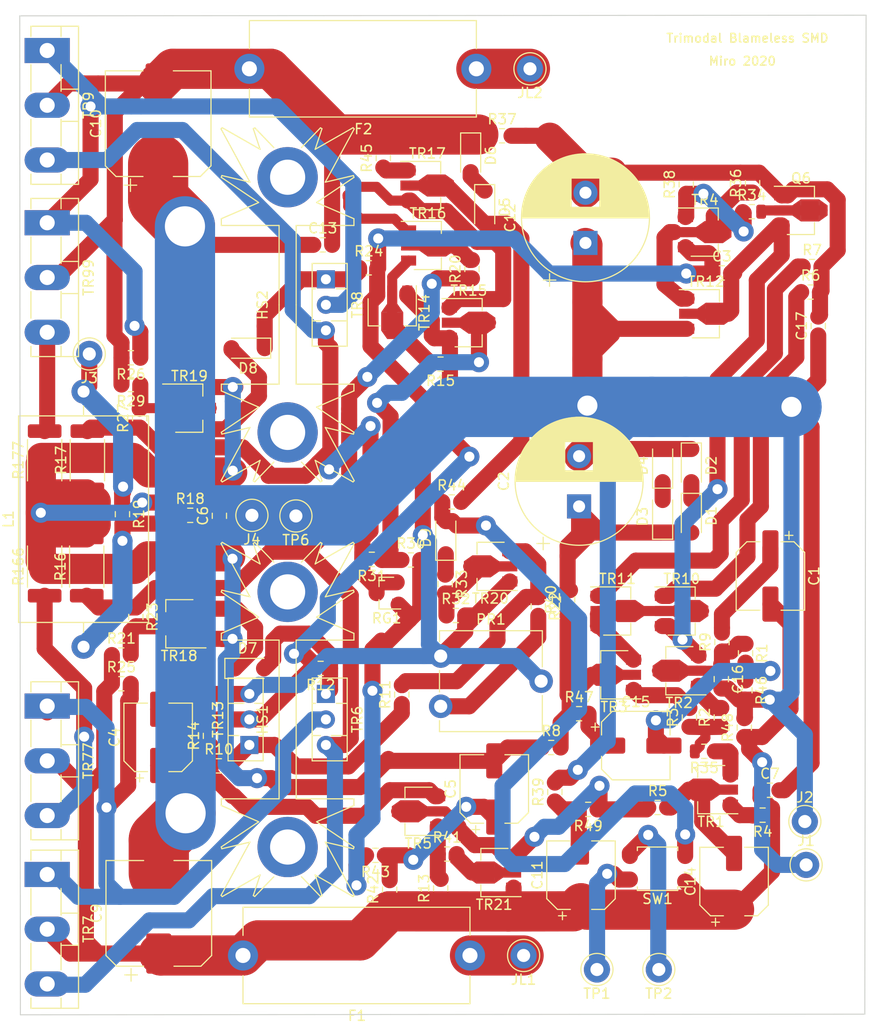
<source format=kicad_pcb>
(kicad_pcb (version 20171130) (host pcbnew 5.1.5-52549c5~84~ubuntu18.04.1)
  (layers (0 F.Cu signal) (31 B.Cu signal) (34 B.Paste user) (35 F.Paste user) (36 B.SilkS user) (37 F.SilkS user) (38 B.Mask user) (39 F.Mask user) (44 Edge.Cuts user))
  (net 0 "")
  (net 1 "Net-(C1-Pad1)")
  (net 2 "Net-(C1-Pad2)")
  (net 3 "Net-(C2-Pad1)")
  (net 4 GND)
  (net 5 "Net-(C3-Pad2)")
  (net 6 "Net-(C3-Pad1)")
  (net 7 "Net-(C4-Pad1)")
  (net 8 "Net-(C5-Pad1)")
  (net 9 NFB)
  (net 10 "Net-(C6-Pad1)")
  (net 11 VAA)
  (net 12 VCC)
  (net 13 "Net-(C11-Pad2)")
  (net 14 "Net-(C12-Pad2)")
  (net 15 "Net-(C14-Pad2)")
  (net 16 "Net-(C15-Pad2)")
  (net 17 "Net-(C15-Pad1)")
  (net 18 "Net-(C16-Pad1)")
  (net 19 "Net-(D1-Pad1)")
  (net 20 "Net-(D3-Pad2)")
  (net 21 "Net-(D5-Pad2)")
  (net 22 "Net-(D5-Pad1)")
  (net 23 "Net-(D7-Pad2)")
  (net 24 "Net-(D7-Pad1)")
  (net 25 "Net-(D8-Pad1)")
  (net 26 "Net-(D8-Pad2)")
  (net 27 "Net-(D9-Pad1)")
  (net 28 "Net-(D9-Pad2)")
  (net 29 +24V)
  (net 30 -24V)
  (net 31 "Net-(J3-Pad1)")
  (net 32 "Net-(PR1-Pad1)")
  (net 33 "Net-(Q6-Pad2)")
  (net 34 "Net-(R2-Pad2)")
  (net 35 "Net-(R2-Pad1)")
  (net 36 "Net-(R3-Pad2)")
  (net 37 "Net-(R4-Pad2)")
  (net 38 "Net-(R49-Pad1)")
  (net 39 "Net-(R6-Pad1)")
  (net 40 "Net-(R7-Pad1)")
  (net 41 "Net-(R40-Pad1)")
  (net 42 "Net-(R10-Pad2)")
  (net 43 "Net-(R10-Pad1)")
  (net 44 "Net-(R11-Pad2)")
  (net 45 "Net-(R13-Pad2)")
  (net 46 "Net-(R15-Pad2)")
  (net 47 "Net-(R17-Pad2)")
  (net 48 "Net-(R20-Pad2)")
  (net 49 "Net-(R21-Pad2)")
  (net 50 "Net-(R25-Pad2)")
  (net 51 "Net-(R26-Pad1)")
  (net 52 "Net-(R27-Pad2)")
  (net 53 "Net-(R30-Pad2)")
  (net 54 "Net-(R30-Pad1)")
  (net 55 "Net-(R32-Pad1)")
  (net 56 "Net-(R34-Pad1)")
  (net 57 "Net-(R35-Pad1)")
  (net 58 "Net-(R36-Pad1)")
  (net 59 "Net-(R41-Pad2)")
  (net 60 "Net-(R45-Pad1)")
  (net 61 "Net-(TP6-Pad1)")
  (net 62 "Net-(TR10-Pad2)")
  (net 63 "Net-(TR15-Pad1)")
  (net 64 "Net-(R166-Pad1)")
  (net 65 "Net-(R177-Pad2)")
  (net 66 "Net-(R16-Pad1)")
  (net 67 "Net-(TP1-Pad1)")
  (net 68 "Net-(TP2-Pad1)")
  (module Heatsink:Heatsink_Fischer_SK104-STCB_35x13mm__2xDrill3.5mm_ScrewM3 (layer F.Cu) (at 88.9 102.235 90)
    (fp_text reference HS1 (at -0.025 -2.5 90) (layer F.SilkS))
    (fp_text value Heatsink)
    (pad 1 thru_hole circle (at -12.7 0 270) (size 6 6) (drill 3.5) (layers *.Cu *.Mask))
    (pad 1 thru_hole circle (at 12.7 0 90) (size 6 6) (drill 3.5) (layers *.Cu *.Mask))
  )
  (module Capacitor_SMD:CP_Elec_10x10 (layer F.Cu) (at 76.073 121.5385 90)
    (fp_text reference C9 (at 0 -6.2 90) (layer F.SilkS))
    (fp_text value 220UF)
    (pad 1 smd roundrect (at -4 0 90) (size 4 2.5) (layers F.Cu F.Paste F.Mask) (roundrect_rratio 0.1) (net 11 VAA))
    (pad 2 smd roundrect (at 4 0 90) (size 4 2.5) (layers F.Cu F.Paste F.Mask) (roundrect_rratio 0.1) (net 4 GND))
  )
  (module Resistor_SMD:R_0805_2012Metric (layer F.Cu) (at 73.787 92.0265 270)
    (fp_text reference R23 (at 0 -1.65 90) (layer F.SilkS))
    (fp_text value 270R)
    (pad 1 smd roundrect (at -0.9375 0 270) (size 0.975 1.4) (layers F.Cu F.Paste F.Mask) (net 66 "Net-(R16-Pad1)"))
    (pad 2 smd roundrect (at 0.9375 0 270) (size 0.975 1.4) (layers F.Cu F.Paste F.Mask) (net 49 "Net-(R21-Pad2)"))
  )
  (module Capacitor_SMD:CP_Elec_6.3x5.3 (layer F.Cu) (at 136.9695 87.9535 270)
    (fp_text reference C1 (at 0 -4.35 90) (layer F.SilkS))
    (fp_text value 47/25)
    (pad 1 smd roundrect (at -2.8 0 270) (size 3.5 1.6) (layers F.Cu F.Paste F.Mask) (roundrect_rratio 0.15625) (net 1 "Net-(C1-Pad1)"))
    (pad 2 smd roundrect (at 2.8 0 270) (size 3.5 1.6) (layers F.Cu F.Paste F.Mask) (roundrect_rratio 0.15625) (net 2 "Net-(C1-Pad2)"))
  )
  (module Capacitor_SMD:CP_Elec_6.3x5.3 (layer F.Cu) (at 76.0095 104.019 90)
    (fp_text reference C4 (at 0 -4.35 90) (layer F.SilkS))
    (fp_text value 47/25)
    (pad 1 smd roundrect (at -2.8 0 90) (size 3.5 1.6) (layers F.Cu F.Paste F.Mask) (roundrect_rratio 0.15625) (net 7 "Net-(C4-Pad1)"))
    (pad 2 smd roundrect (at 2.8 0 90) (size 3.5 1.6) (layers F.Cu F.Paste F.Mask) (roundrect_rratio 0.15625) (net 6 "Net-(C3-Pad1)"))
  )
  (module Capacitor_SMD:CP_Elec_6.3x5.3 (layer F.Cu) (at 109.474 109.1565 90)
    (fp_text reference C5 (at 0 -4.35 90) (layer F.SilkS))
    (fp_text value 47/25)
    (pad 1 smd roundrect (at -2.8 0 90) (size 3.5 1.6) (layers F.Cu F.Paste F.Mask) (roundrect_rratio 0.15625) (net 8 "Net-(C5-Pad1)"))
    (pad 2 smd roundrect (at 2.8 0 90) (size 3.5 1.6) (layers F.Cu F.Paste F.Mask) (roundrect_rratio 0.15625) (net 9 NFB))
  )
  (module Capacitor_SMD:CP_Elec_10x10 (layer F.Cu) (at 76.0095 42.9265 90)
    (fp_text reference C10 (at 0 -6.2 90) (layer F.SilkS))
    (fp_text value 220UF)
    (pad 2 smd roundrect (at 4 0 90) (size 4 2.5) (layers F.Cu F.Paste F.Mask) (roundrect_rratio 0.1) (net 12 VCC))
    (pad 1 smd roundrect (at -4 0 90) (size 4 2.5) (layers F.Cu F.Paste F.Mask) (roundrect_rratio 0.1) (net 4 GND))
  )
  (module Capacitor_SMD:CP_Elec_6.3x5.3 (layer F.Cu) (at 118.11 117.735 90)
    (fp_text reference C11 (at 0 -4.35 90) (layer F.SilkS))
    (fp_text value 47/25)
    (pad 2 smd roundrect (at 2.8 0 90) (size 3.5 1.6) (layers F.Cu F.Paste F.Mask) (roundrect_rratio 0.15625) (net 13 "Net-(C11-Pad2)"))
    (pad 1 smd roundrect (at -2.8 0 90) (size 3.5 1.6) (layers F.Cu F.Paste F.Mask) (roundrect_rratio 0.15625) (net 11 VAA))
  )
  (module Capacitor_SMD:CP_Elec_6.3x5.3 (layer F.Cu) (at 133.35 118.37 90)
    (fp_text reference C14 (at 0 -4.35 90) (layer F.SilkS))
    (fp_text value 47/25)
    (pad 2 smd roundrect (at 2.8 0 90) (size 3.5 1.6) (layers F.Cu F.Paste F.Mask) (roundrect_rratio 0.15625) (net 15 "Net-(C14-Pad2)"))
    (pad 1 smd roundrect (at -2.8 0 90) (size 3.5 1.6) (layers F.Cu F.Paste F.Mask) (roundrect_rratio 0.15625) (net 11 VAA))
  )
  (module Capacitor_SMD:CP_Elec_6.3x5.3 (layer F.Cu) (at 123.565 104.8385)
    (fp_text reference C15 (at 0 -4.35) (layer F.SilkS))
    (fp_text value 47/25)
    (pad 2 smd roundrect (at 2.8 0) (size 3.5 1.6) (layers F.Cu F.Paste F.Mask) (roundrect_rratio 0.15625) (net 16 "Net-(C15-Pad2)"))
    (pad 1 smd roundrect (at -2.8 0) (size 3.5 1.6) (layers F.Cu F.Paste F.Mask) (roundrect_rratio 0.15625) (net 17 "Net-(C15-Pad1)"))
  )
  (module Diode_SMD:D_SOD-123 (layer F.Cu) (at 129.0955 81.9775 270)
    (fp_text reference D1 (at 0 -2 90) (layer F.SilkS))
    (fp_text value 1N4148)
    (pad 1 smd rect (at -1.65 0 270) (size 0.9 1.2) (layers F.Cu F.Paste F.Mask) (net 19 "Net-(D1-Pad1)"))
    (pad 2 smd rect (at 1.65 0 270) (size 0.9 1.2) (layers F.Cu F.Paste F.Mask) (net 3 "Net-(C2-Pad1)"))
  )
  (module Diode_SMD:D_SOD-123 (layer F.Cu) (at 129.0955 76.963 270)
    (fp_text reference D2 (at 0 -2 90) (layer F.SilkS))
    (fp_text value 1N4148)
    (pad 1 smd rect (at -1.65 0 270) (size 0.9 1.2) (layers F.Cu F.Paste F.Mask) (net 4 GND))
    (pad 2 smd rect (at 1.65 0 270) (size 0.9 1.2) (layers F.Cu F.Paste F.Mask) (net 19 "Net-(D1-Pad1)"))
  )
  (module Diode_SMD:D_SOD-123 (layer F.Cu) (at 126.238 82.041 90)
    (fp_text reference D3 (at 0 -2 90) (layer F.SilkS))
    (fp_text value 1N4148)
    (pad 2 smd rect (at 1.65 0 90) (size 0.9 1.2) (layers F.Cu F.Paste F.Mask) (net 20 "Net-(D3-Pad2)"))
    (pad 1 smd rect (at -1.65 0 90) (size 0.9 1.2) (layers F.Cu F.Paste F.Mask) (net 3 "Net-(C2-Pad1)"))
  )
  (module Diode_SMD:D_SOD-123 (layer F.Cu) (at 126.238 76.962 90)
    (fp_text reference D4 (at 0 -2 90) (layer F.SilkS))
    (fp_text value 1N4148)
    (pad 1 smd rect (at -1.65 0 90) (size 0.9 1.2) (layers F.Cu F.Paste F.Mask) (net 20 "Net-(D3-Pad2)"))
    (pad 2 smd rect (at 1.65 0 90) (size 0.9 1.2) (layers F.Cu F.Paste F.Mask) (net 4 GND))
  )
  (module Diode_SMD:D_SOD-123 (layer F.Cu) (at 108.5215 51.2435 270)
    (fp_text reference D5 (at 0 -2 90) (layer F.SilkS))
    (fp_text value 1N4148)
    (pad 2 smd rect (at 1.65 0 270) (size 0.9 1.2) (layers F.Cu F.Paste F.Mask) (net 21 "Net-(D5-Pad2)"))
    (pad 1 smd rect (at -1.65 0 270) (size 0.9 1.2) (layers F.Cu F.Paste F.Mask) (net 22 "Net-(D5-Pad1)"))
  )
  (module Diode_SMD:D_SOD-123 (layer F.Cu) (at 107.1245 46.102 270)
    (fp_text reference D6 (at 0 -2 90) (layer F.SilkS))
    (fp_text value 1N4148)
    (pad 2 smd rect (at 1.65 0 270) (size 0.9 1.2) (layers F.Cu F.Paste F.Mask) (net 22 "Net-(D5-Pad1)"))
    (pad 1 smd rect (at -1.65 0 270) (size 0.9 1.2) (layers F.Cu F.Paste F.Mask) (net 12 VCC))
  )
  (module Diode_SMD:D_SOD-123 (layer F.Cu) (at 84.9005 97.155)
    (fp_text reference D7 (at 0 -2) (layer F.SilkS))
    (fp_text value 1N4148)
    (pad 2 smd rect (at 1.65 0) (size 0.9 1.2) (layers F.Cu F.Paste F.Mask) (net 23 "Net-(D7-Pad2)"))
    (pad 1 smd rect (at -1.65 0) (size 0.9 1.2) (layers F.Cu F.Paste F.Mask) (net 24 "Net-(D7-Pad1)"))
  )
  (module Diode_SMD:D_SOD-123 (layer F.Cu) (at 84.964 65.278 180)
    (fp_text reference D8 (at 0 -2) (layer F.SilkS))
    (fp_text value 1N4148)
    (pad 1 smd rect (at -1.65 0 180) (size 0.9 1.2) (layers F.Cu F.Paste F.Mask) (net 25 "Net-(D8-Pad1)"))
    (pad 2 smd rect (at 1.65 0 180) (size 0.9 1.2) (layers F.Cu F.Paste F.Mask) (net 26 "Net-(D8-Pad2)"))
  )
  (module Diode_SMD:D_SOD-123 (layer F.Cu) (at 104.648 84.1385 90)
    (fp_text reference D9 (at 0 -2 90) (layer F.SilkS))
    (fp_text value 1N4148)
    (pad 1 smd rect (at -1.65 0 90) (size 0.9 1.2) (layers F.Cu F.Paste F.Mask) (net 27 "Net-(D9-Pad1)"))
    (pad 2 smd rect (at 1.65 0 90) (size 0.9 1.2) (layers F.Cu F.Paste F.Mask) (net 28 "Net-(D9-Pad2)"))
  )
  (module Fuse:Fuseholder_Cylinder-5x20mm_Stelvio-Kontek_PTF78_Horizontal_Open (layer F.Cu) (at 107.055 125.73 180)
    (fp_text reference F1 (at 11.25 -6) (layer F.SilkS))
    (fp_text value Fuse)
    (pad 1 thru_hole circle (at 0 0 180) (size 3 3) (drill 1.5) (layers *.Cu *.Mask) (net 29 +24V))
    (pad 2 thru_hole circle (at 22.6 0 180) (size 3 3) (drill 1.5) (layers *.Cu *.Mask) (net 11 VAA))
  )
  (module Fuse:Fuseholder_Cylinder-5x20mm_Stelvio-Kontek_PTF78_Horizontal_Open (layer F.Cu) (at 107.69 37.465 180)
    (fp_text reference F2 (at 11.25 -6) (layer F.SilkS))
    (fp_text value Fuse)
    (pad 2 thru_hole circle (at 22.6 0 180) (size 3 3) (drill 1.5) (layers *.Cu *.Mask) (net 12 VCC))
    (pad 1 thru_hole circle (at 0 0 180) (size 3 3) (drill 1.5) (layers *.Cu *.Mask) (net 30 -24V))
  )
  (module Heatsink:Heatsink_Fischer_SK104-STCB_35x13mm__2xDrill3.5mm_ScrewM3 (layer F.Cu) (at 88.9 60.96 90)
    (fp_text reference HS2 (at -0.025 -2.5 90) (layer F.SilkS))
    (fp_text value Heatsink)
    (pad 1 thru_hole circle (at 12.7 0 90) (size 6 6) (drill 3.5) (layers *.Cu *.Mask))
    (pad 1 thru_hole circle (at -12.7 0 270) (size 6 6) (drill 3.5) (layers *.Cu *.Mask))
  )
  (module Connector_Pin:Pin_D1.3mm_L11.0mm (layer F.Cu) (at 140.5255 116.713 180)
    (fp_text reference J1 (at 0 2.4) (layer F.SilkS))
    (fp_text value Conn_01x01_Male)
    (pad 1 thru_hole circle (at 0 0 180) (size 2.6 2.6) (drill 1.3) (layers *.Cu *.Mask) (net 2 "Net-(C1-Pad2)"))
  )
  (module Connector_Pin:Pin_D1.3mm_L11.0mm (layer F.Cu) (at 140.3985 112.395 180)
    (fp_text reference J2 (at 0 2.4) (layer F.SilkS))
    (fp_text value Conn_01x01_Male)
    (pad 1 thru_hole circle (at 0 0 180) (size 2.6 2.6) (drill 1.3) (layers *.Cu *.Mask) (net 4 GND))
  )
  (module Connector_Pin:Pin_D1.3mm_L11.0mm (layer F.Cu) (at 69.1515 65.8495)
    (fp_text reference J3 (at 0 2.4) (layer F.SilkS))
    (fp_text value Conn_01x01_Male)
    (pad 1 thru_hole circle (at 0 0) (size 2.6 2.6) (drill 1.3) (layers *.Cu *.Mask) (net 31 "Net-(J3-Pad1)"))
  )
  (module Connector_Pin:Pin_D1.3mm_L11.0mm (layer F.Cu) (at 85.344 81.915)
    (fp_text reference J4 (at 0 2.4) (layer F.SilkS))
    (fp_text value Conn_01x01_Male)
    (pad 1 thru_hole circle (at 0 0) (size 2.6 2.6) (drill 1.3) (layers *.Cu *.Mask) (net 4 GND))
  )
  (module Connector_Pin:Pin_D1.3mm_L11.0mm (layer F.Cu) (at 112.395 125.73)
    (fp_text reference JL1 (at 0 2.4) (layer F.SilkS))
    (fp_text value Conn_01x01_Female)
    (pad 1 thru_hole circle (at 0 0) (size 2.6 2.6) (drill 1.3) (layers *.Cu *.Mask) (net 29 +24V))
  )
  (module Connector_Pin:Pin_D1.3mm_L11.0mm (layer F.Cu) (at 113.03 37.465)
    (fp_text reference JL2 (at 0 2.4) (layer F.SilkS))
    (fp_text value Conn_01x01_Female)
    (pad 1 thru_hole circle (at 0 0) (size 2.6 2.6) (drill 1.3) (layers *.Cu *.Mask) (net 30 -24V))
  )
  (module Inductor_THT:L_Axial_L20.3mm_D12.7mm_P25.40mm_Horizontal_Vishay_IHA-201 (layer F.Cu) (at 68.58 94.996 90)
    (fp_text reference L1 (at 12.7 -7.47 90) (layer F.SilkS))
    (fp_text value "10 TURNS")
    (pad 1 thru_hole circle (at 0 0 90) (size 2.4 2.4) (drill 1.2) (layers *.Cu *.Mask) (net 9 NFB))
    (pad 2 thru_hole oval (at 25.4 0 90) (size 2.4 2.4) (drill 1.2) (layers *.Cu *.Mask) (net 31 "Net-(J3-Pad1)"))
  )
  (module Potentiometer_THT:Potentiometer_ACP_CA9-V10_Vertical (layer F.Cu) (at 104.14 100.925)
    (fp_text reference PR1 (at 5 -8.65) (layer F.SilkS))
    (fp_text value 1K)
    (pad 3 thru_hole circle (at 0 -5) (size 2.34 2.34) (drill 1.3) (layers *.Cu *.Mask) (net 6 "Net-(C3-Pad1)"))
    (pad 2 thru_hole circle (at 10 -2.5) (size 2.34 2.34) (drill 1.3) (layers *.Cu *.Mask) (net 6 "Net-(C3-Pad1)"))
    (pad 1 thru_hole circle (at 0 0) (size 2.34 2.34) (drill 1.3) (layers *.Cu *.Mask) (net 32 "Net-(PR1-Pad1)"))
  )
  (module Package_TO_SOT_SMD:SOT-89-3 (layer F.Cu) (at 139.573 51.562)
    (fp_text reference Q6 (at 0.45 -3.2) (layer F.SilkS))
    (fp_text value Q_NPN_EBC)
    (pad 2 smd trapezoid (at 2.667 0 270) (size 1.6 0.85) (rect_delta 0 0.6) (layers F.Cu F.Paste F.Mask) (net 33 "Net-(Q6-Pad2)"))
    (pad 1 smd rect (at -1.48 -1.5 270) (size 1 1.5) (layers F.Cu F.Paste F.Mask) (net 14 "Net-(C12-Pad2)"))
    (pad 2 smd rect (at -1.3335 0 270) (size 1 1.8) (layers F.Cu F.Paste F.Mask) (net 33 "Net-(Q6-Pad2)"))
    (pad 3 smd rect (at -1.48 1.5 270) (size 1 1.5) (layers F.Cu F.Paste F.Mask) (net 5 "Net-(C3-Pad2)"))
    (pad 2 smd rect (at 1.3335 0 270) (size 2.2 1.84) (layers F.Cu F.Paste F.Mask) (net 33 "Net-(Q6-Pad2)"))
    (pad 2 smd trapezoid (at -0.0762 0 90) (size 1.5 1) (rect_delta 0 0.7) (layers F.Cu F.Paste F.Mask) (net 33 "Net-(Q6-Pad2)"))
  )
  (module Connector_Pin:Pin_D1.3mm_L11.0mm (layer F.Cu) (at 89.7255 81.9785)
    (fp_text reference TP6 (at 0 2.4) (layer F.SilkS))
    (fp_text value Conn_01x01_Female)
    (pad 1 thru_hole circle (at 0 0) (size 2.6 2.6) (drill 1.3) (layers *.Cu *.Mask) (net 61 "Net-(TP6-Pad1)"))
  )
  (module Package_TO_SOT_SMD:SOT-89-3 (layer F.Cu) (at 131.5085 109.22 180)
    (fp_text reference TR1 (at 0.45 -3.2) (layer F.SilkS))
    (fp_text value Q_PNP_EBC)
    (pad 2 smd trapezoid (at -0.0762 0 270) (size 1.5 1) (rect_delta 0 0.7) (layers F.Cu F.Paste F.Mask) (net 15 "Net-(C14-Pad2)"))
    (pad 2 smd rect (at 1.3335 0 90) (size 2.2 1.84) (layers F.Cu F.Paste F.Mask) (net 15 "Net-(C14-Pad2)"))
    (pad 3 smd rect (at -1.48 1.5 90) (size 1 1.5) (layers F.Cu F.Paste F.Mask) (net 57 "Net-(R35-Pad1)"))
    (pad 2 smd rect (at -1.3335 0 90) (size 1 1.8) (layers F.Cu F.Paste F.Mask) (net 15 "Net-(C14-Pad2)"))
    (pad 1 smd rect (at -1.48 -1.5 90) (size 1 1.5) (layers F.Cu F.Paste F.Mask) (net 37 "Net-(R4-Pad2)"))
    (pad 2 smd trapezoid (at 2.667 0 90) (size 1.6 0.85) (rect_delta 0 0.6) (layers F.Cu F.Paste F.Mask) (net 15 "Net-(C14-Pad2)"))
  )
  (module Package_TO_SOT_SMD:SOT-89-3 (layer F.Cu) (at 128.3335 97.385 180)
    (fp_text reference TR2 (at 0.45 -3.2) (layer F.SilkS))
    (fp_text value Q_PNP_EBC)
    (pad 2 smd trapezoid (at -0.0762 0 270) (size 1.5 1) (rect_delta 0 0.7) (layers F.Cu F.Paste F.Mask) (net 18 "Net-(C16-Pad1)"))
    (pad 2 smd rect (at 1.3335 0 90) (size 2.2 1.84) (layers F.Cu F.Paste F.Mask) (net 18 "Net-(C16-Pad1)"))
    (pad 3 smd rect (at -1.48 1.5 90) (size 1 1.5) (layers F.Cu F.Paste F.Mask) (net 5 "Net-(C3-Pad2)"))
    (pad 2 smd rect (at -1.3335 0 90) (size 1 1.8) (layers F.Cu F.Paste F.Mask) (net 18 "Net-(C16-Pad1)"))
    (pad 1 smd rect (at -1.48 -1.5 90) (size 1 1.5) (layers F.Cu F.Paste F.Mask) (net 34 "Net-(R2-Pad2)"))
    (pad 2 smd trapezoid (at 2.667 0 90) (size 1.6 0.85) (rect_delta 0 0.6) (layers F.Cu F.Paste F.Mask) (net 18 "Net-(C16-Pad1)"))
  )
  (module Package_TO_SOT_SMD:SOT-89-3 (layer F.Cu) (at 121.8565 97.79 180)
    (fp_text reference TR3 (at 0.45 -3.2) (layer F.SilkS))
    (fp_text value Q_PNP_EBC)
    (pad 2 smd trapezoid (at 2.667 0 90) (size 1.6 0.85) (rect_delta 0 0.6) (layers F.Cu F.Paste F.Mask) (net 41 "Net-(R40-Pad1)"))
    (pad 1 smd rect (at -1.48 -1.5 90) (size 1 1.5) (layers F.Cu F.Paste F.Mask) (net 36 "Net-(R3-Pad2)"))
    (pad 2 smd rect (at -1.3335 0 90) (size 1 1.8) (layers F.Cu F.Paste F.Mask) (net 41 "Net-(R40-Pad1)"))
    (pad 3 smd rect (at -1.48 1.5 90) (size 1 1.5) (layers F.Cu F.Paste F.Mask) (net 62 "Net-(TR10-Pad2)"))
    (pad 2 smd rect (at 1.3335 0 90) (size 2.2 1.84) (layers F.Cu F.Paste F.Mask) (net 41 "Net-(R40-Pad1)"))
    (pad 2 smd trapezoid (at -0.0762 0 270) (size 1.5 1) (rect_delta 0 0.7) (layers F.Cu F.Paste F.Mask) (net 41 "Net-(R40-Pad1)"))
  )
  (module Package_TO_SOT_SMD:SOT-89-3 (layer F.Cu) (at 129.9972 53.721)
    (fp_text reference TR4 (at 0.45 -3.2) (layer F.SilkS))
    (fp_text value Q_NPN_EBC)
    (pad 2 smd trapezoid (at 2.667 0 270) (size 1.6 0.85) (rect_delta 0 0.6) (layers F.Cu F.Paste F.Mask) (net 58 "Net-(R36-Pad1)"))
    (pad 1 smd rect (at -1.48 -1.5 270) (size 1 1.5) (layers F.Cu F.Paste F.Mask) (net 56 "Net-(R34-Pad1)"))
    (pad 2 smd rect (at -1.3335 0 270) (size 1 1.8) (layers F.Cu F.Paste F.Mask) (net 58 "Net-(R36-Pad1)"))
    (pad 3 smd rect (at -1.48 1.5 270) (size 1 1.5) (layers F.Cu F.Paste F.Mask) (net 6 "Net-(C3-Pad1)"))
    (pad 2 smd rect (at 1.3335 0 270) (size 2.2 1.84) (layers F.Cu F.Paste F.Mask) (net 58 "Net-(R36-Pad1)"))
    (pad 2 smd trapezoid (at -0.0762 0 90) (size 1.5 1) (rect_delta 0 0.7) (layers F.Cu F.Paste F.Mask) (net 58 "Net-(R36-Pad1)"))
  )
  (module Package_TO_SOT_SMD:SOT-89-3 (layer F.Cu) (at 102.362 111.379 180)
    (fp_text reference TR5 (at 0.45 -3.2) (layer F.SilkS))
    (fp_text value Q_PNP_EBC)
    (pad 2 smd trapezoid (at 2.667 0 90) (size 1.6 0.85) (rect_delta 0 0.6) (layers F.Cu F.Paste F.Mask) (net 38 "Net-(R49-Pad1)"))
    (pad 1 smd rect (at -1.48 -1.5 90) (size 1 1.5) (layers F.Cu F.Paste F.Mask) (net 45 "Net-(R13-Pad2)"))
    (pad 2 smd rect (at -1.3335 0 90) (size 1 1.8) (layers F.Cu F.Paste F.Mask) (net 38 "Net-(R49-Pad1)"))
    (pad 3 smd rect (at -1.48 1.5 90) (size 1 1.5) (layers F.Cu F.Paste F.Mask) (net 43 "Net-(R10-Pad1)"))
    (pad 2 smd rect (at 1.3335 0 90) (size 2.2 1.84) (layers F.Cu F.Paste F.Mask) (net 38 "Net-(R49-Pad1)"))
    (pad 2 smd trapezoid (at -0.0762 0 270) (size 1.5 1) (rect_delta 0 0.7) (layers F.Cu F.Paste F.Mask) (net 38 "Net-(R49-Pad1)"))
  )
  (module Package_TO_SOT_THT:TO-126-3_Vertical (layer F.Cu) (at 92.71 99.695 270)
    (fp_text reference TR6 (at 2.54 -3.12 90) (layer F.SilkS))
    (fp_text value MJE13003)
    (pad 3 thru_hole oval (at 5.08 0 270) (size 1.8 1.8) (drill 1) (layers *.Cu *.Mask) (net 66 "Net-(R16-Pad1)"))
    (pad 2 thru_hole oval (at 2.54 0 270) (size 1.8 1.8) (drill 1) (layers *.Cu *.Mask) (net 50 "Net-(R25-Pad2)"))
    (pad 1 thru_hole rect (at 0 0 270) (size 1.8 1.8) (drill 1) (layers *.Cu *.Mask) (net 23 "Net-(D7-Pad2)"))
  )
  (module Package_TO_SOT_THT:TO-3P-3_Vertical (layer F.Cu) (at 64.9605 117.6655 270)
    (fp_text reference TR7 (at 5.45 -4.12 90) (layer F.SilkS))
    (fp_text value 2N3055)
    (pad 1 thru_hole rect (at 0 0 270) (size 2.5 4.5) (drill 1.5) (layers *.Cu *.Mask) (net 50 "Net-(R25-Pad2)"))
    (pad 2 thru_hole oval (at 5.45 0 270) (size 2.5 4.5) (drill 1.5) (layers *.Cu *.Mask) (net 11 VAA))
    (pad 3 thru_hole oval (at 10.9 0 270) (size 2.5 4.5) (drill 1.5) (layers *.Cu *.Mask) (net 66 "Net-(R16-Pad1)"))
  )
  (module Package_TO_SOT_THT:TO-126-3_Vertical (layer F.Cu) (at 92.71 58.42 270)
    (fp_text reference TR8 (at 2.54 -3.12 90) (layer F.SilkS))
    (fp_text value BCP51)
    (pad 1 thru_hole rect (at 0 0 270) (size 1.8 1.8) (drill 1) (layers *.Cu *.Mask) (net 25 "Net-(D8-Pad1)"))
    (pad 2 thru_hole oval (at 2.54 0 270) (size 1.8 1.8) (drill 1) (layers *.Cu *.Mask) (net 51 "Net-(R26-Pad1)"))
    (pad 3 thru_hole oval (at 5.08 0 270) (size 1.8 1.8) (drill 1) (layers *.Cu *.Mask) (net 47 "Net-(R17-Pad2)"))
  )
  (module Package_TO_SOT_THT:TO-3P-3_Vertical (layer F.Cu) (at 64.9605 35.6455 270)
    (fp_text reference TR9 (at 5.45 -4.12 90) (layer F.SilkS))
    (fp_text value 2N3055)
    (pad 1 thru_hole rect (at 0 0 270) (size 2.5 4.5) (drill 1.5) (layers *.Cu *.Mask) (net 51 "Net-(R26-Pad1)"))
    (pad 2 thru_hole oval (at 5.45 0 270) (size 2.5 4.5) (drill 1.5) (layers *.Cu *.Mask) (net 12 VCC))
    (pad 3 thru_hole oval (at 10.9 0 270) (size 2.5 4.5) (drill 1.5) (layers *.Cu *.Mask) (net 47 "Net-(R17-Pad2)"))
  )
  (module Package_TO_SOT_SMD:SOT-89-3 (layer F.Cu) (at 127.6985 91.44)
    (fp_text reference TR10 (at 0.45 -3.2) (layer F.SilkS))
    (fp_text value Q_NPN_EBC)
    (pad 2 smd trapezoid (at 2.667 0 270) (size 1.6 0.85) (rect_delta 0 0.6) (layers F.Cu F.Paste F.Mask) (net 62 "Net-(TR10-Pad2)"))
    (pad 1 smd rect (at -1.48 -1.5 270) (size 1 1.5) (layers F.Cu F.Paste F.Mask) (net 39 "Net-(R6-Pad1)"))
    (pad 2 smd rect (at -1.3335 0 270) (size 1 1.8) (layers F.Cu F.Paste F.Mask) (net 62 "Net-(TR10-Pad2)"))
    (pad 3 smd rect (at -1.48 1.5 270) (size 1 1.5) (layers F.Cu F.Paste F.Mask) (net 5 "Net-(C3-Pad2)"))
    (pad 2 smd rect (at 1.3335 0 270) (size 2.2 1.84) (layers F.Cu F.Paste F.Mask) (net 62 "Net-(TR10-Pad2)"))
    (pad 2 smd trapezoid (at -0.0762 0 90) (size 1.5 1) (rect_delta 0 0.7) (layers F.Cu F.Paste F.Mask) (net 62 "Net-(TR10-Pad2)"))
  )
  (module Package_TO_SOT_SMD:SOT-89-3 (layer F.Cu) (at 121.285 91.44)
    (fp_text reference TR11 (at 0.45 -3.2) (layer F.SilkS))
    (fp_text value Q_NPN_EBC)
    (pad 2 smd trapezoid (at -0.0762 0 90) (size 1.5 1) (rect_delta 0 0.7) (layers F.Cu F.Paste F.Mask) (net 62 "Net-(TR10-Pad2)"))
    (pad 2 smd rect (at 1.3335 0 270) (size 2.2 1.84) (layers F.Cu F.Paste F.Mask) (net 62 "Net-(TR10-Pad2)"))
    (pad 3 smd rect (at -1.48 1.5 270) (size 1 1.5) (layers F.Cu F.Paste F.Mask) (net 62 "Net-(TR10-Pad2)"))
    (pad 2 smd rect (at -1.3335 0 270) (size 1 1.8) (layers F.Cu F.Paste F.Mask) (net 62 "Net-(TR10-Pad2)"))
    (pad 1 smd rect (at -1.48 -1.5 270) (size 1 1.5) (layers F.Cu F.Paste F.Mask) (net 40 "Net-(R7-Pad1)"))
    (pad 2 smd trapezoid (at 2.667 0 270) (size 1.6 0.85) (rect_delta 0 0.6) (layers F.Cu F.Paste F.Mask) (net 62 "Net-(TR10-Pad2)"))
  )
  (module Package_TO_SOT_SMD:SOT-89-3 (layer F.Cu) (at 130.1115 61.849)
    (fp_text reference TR12 (at 0.45 -3.2) (layer F.SilkS))
    (fp_text value Q_NPN_EBC)
    (pad 2 smd trapezoid (at -0.0762 0 90) (size 1.5 1) (rect_delta 0 0.7) (layers F.Cu F.Paste F.Mask) (net 5 "Net-(C3-Pad2)"))
    (pad 2 smd rect (at 1.3335 0 270) (size 2.2 1.84) (layers F.Cu F.Paste F.Mask) (net 5 "Net-(C3-Pad2)"))
    (pad 3 smd rect (at -1.48 1.5 270) (size 1 1.5) (layers F.Cu F.Paste F.Mask) (net 4 GND))
    (pad 2 smd rect (at -1.3335 0 270) (size 1 1.8) (layers F.Cu F.Paste F.Mask) (net 5 "Net-(C3-Pad2)"))
    (pad 1 smd rect (at -1.48 -1.5 270) (size 1 1.5) (layers F.Cu F.Paste F.Mask) (net 58 "Net-(R36-Pad1)"))
    (pad 2 smd trapezoid (at 2.667 0 270) (size 1.6 0.85) (rect_delta 0 0.6) (layers F.Cu F.Paste F.Mask) (net 5 "Net-(C3-Pad2)"))
  )
  (module Package_TO_SOT_THT:TO-126-3_Vertical (layer F.Cu) (at 85.09 104.775 90)
    (fp_text reference TR13 (at 2.54 -3.12 90) (layer F.SilkS))
    (fp_text value MJE13003)
    (pad 1 thru_hole rect (at 0 0 90) (size 1.8 1.8) (drill 1) (layers *.Cu *.Mask) (net 42 "Net-(R10-Pad2)"))
    (pad 2 thru_hole oval (at 2.54 0 90) (size 1.8 1.8) (drill 1) (layers *.Cu *.Mask) (net 7 "Net-(C4-Pad1)"))
    (pad 3 thru_hole oval (at 5.08 0 90) (size 1.8 1.8) (drill 1) (layers *.Cu *.Mask) (net 6 "Net-(C3-Pad1)"))
  )
  (module Package_TO_SOT_SMD:SOT-89-3 (layer F.Cu) (at 99.314 61.2775 270)
    (fp_text reference TR14 (at 0.45 -3.2 90) (layer F.SilkS))
    (fp_text value Q_PNP_EBC)
    (pad 2 smd trapezoid (at -0.0762 0) (size 1.5 1) (rect_delta 0 0.7) (layers F.Cu F.Paste F.Mask) (net 46 "Net-(R15-Pad2)"))
    (pad 2 smd rect (at 1.3335 0 180) (size 2.2 1.84) (layers F.Cu F.Paste F.Mask) (net 46 "Net-(R15-Pad2)"))
    (pad 3 smd rect (at -1.48 1.5 180) (size 1 1.5) (layers F.Cu F.Paste F.Mask) (net 6 "Net-(C3-Pad1)"))
    (pad 2 smd rect (at -1.3335 0 180) (size 1 1.8) (layers F.Cu F.Paste F.Mask) (net 46 "Net-(R15-Pad2)"))
    (pad 1 smd rect (at -1.48 -1.5 180) (size 1 1.5) (layers F.Cu F.Paste F.Mask) (net 7 "Net-(C4-Pad1)"))
    (pad 2 smd trapezoid (at 2.667 0 180) (size 1.6 0.85) (rect_delta 0 0.6) (layers F.Cu F.Paste F.Mask) (net 46 "Net-(R15-Pad2)"))
  )
  (module Package_TO_SOT_SMD:SOT-89-3 (layer F.Cu) (at 106.4895 62.738)
    (fp_text reference TR15 (at 0.45 -3.2) (layer F.SilkS))
    (fp_text value Q_NPN_EBC)
    (pad 2 smd trapezoid (at 2.667 0 270) (size 1.6 0.85) (rect_delta 0 0.6) (layers F.Cu F.Paste F.Mask) (net 54 "Net-(R30-Pad1)"))
    (pad 1 smd rect (at -1.48 -1.5 270) (size 1 1.5) (layers F.Cu F.Paste F.Mask) (net 63 "Net-(TR15-Pad1)"))
    (pad 2 smd rect (at -1.3335 0 270) (size 1 1.8) (layers F.Cu F.Paste F.Mask) (net 54 "Net-(R30-Pad1)"))
    (pad 3 smd rect (at -1.48 1.5 270) (size 1 1.5) (layers F.Cu F.Paste F.Mask) (net 7 "Net-(C4-Pad1)"))
    (pad 2 smd rect (at 1.3335 0 270) (size 2.2 1.84) (layers F.Cu F.Paste F.Mask) (net 54 "Net-(R30-Pad1)"))
    (pad 2 smd trapezoid (at -0.0762 0 90) (size 1.5 1) (rect_delta 0 0.7) (layers F.Cu F.Paste F.Mask) (net 54 "Net-(R30-Pad1)"))
  )
  (module Package_TO_SOT_SMD:SOT-89-3 (layer F.Cu) (at 102.4255 55.0545)
    (fp_text reference TR16 (at 0.45 -3.2) (layer F.SilkS))
    (fp_text value Q_NPN_EBC)
    (pad 2 smd trapezoid (at 2.667 0 270) (size 1.6 0.85) (rect_delta 0 0.6) (layers F.Cu F.Paste F.Mask) (net 48 "Net-(R20-Pad2)"))
    (pad 1 smd rect (at -1.48 -1.5 270) (size 1 1.5) (layers F.Cu F.Paste F.Mask) (net 63 "Net-(TR15-Pad1)"))
    (pad 2 smd rect (at -1.3335 0 270) (size 1 1.8) (layers F.Cu F.Paste F.Mask) (net 48 "Net-(R20-Pad2)"))
    (pad 3 smd rect (at -1.48 1.5 270) (size 1 1.5) (layers F.Cu F.Paste F.Mask) (net 46 "Net-(R15-Pad2)"))
    (pad 2 smd rect (at 1.3335 0 270) (size 2.2 1.84) (layers F.Cu F.Paste F.Mask) (net 48 "Net-(R20-Pad2)"))
    (pad 2 smd trapezoid (at -0.0762 0 90) (size 1.5 1) (rect_delta 0 0.7) (layers F.Cu F.Paste F.Mask) (net 48 "Net-(R20-Pad2)"))
  )
  (module Package_TO_SOT_SMD:SOT-89-3 (layer F.Cu) (at 102.362 49.0855)
    (fp_text reference TR17 (at 0.45 -3.2) (layer F.SilkS))
    (fp_text value Q_NPN_EBC)
    (pad 2 smd trapezoid (at 2.667 0 270) (size 1.6 0.85) (rect_delta 0 0.6) (layers F.Cu F.Paste F.Mask) (net 21 "Net-(D5-Pad2)"))
    (pad 1 smd rect (at -1.48 -1.5 270) (size 1 1.5) (layers F.Cu F.Paste F.Mask) (net 60 "Net-(R45-Pad1)"))
    (pad 2 smd rect (at -1.3335 0 270) (size 1 1.8) (layers F.Cu F.Paste F.Mask) (net 21 "Net-(D5-Pad2)"))
    (pad 3 smd rect (at -1.48 1.5 270) (size 1 1.5) (layers F.Cu F.Paste F.Mask) (net 63 "Net-(TR15-Pad1)"))
    (pad 2 smd rect (at 1.3335 0 270) (size 2.2 1.84) (layers F.Cu F.Paste F.Mask) (net 21 "Net-(D5-Pad2)"))
    (pad 2 smd trapezoid (at -0.0762 0 90) (size 1.5 1) (rect_delta 0 0.7) (layers F.Cu F.Paste F.Mask) (net 21 "Net-(D5-Pad2)"))
  )
  (module Package_TO_SOT_SMD:SOT-89-3 (layer F.Cu) (at 78.5495 92.71 180)
    (fp_text reference TR18 (at 0.45 -3.2) (layer F.SilkS))
    (fp_text value Q_NPN_EBC)
    (pad 2 smd trapezoid (at 2.667 0 90) (size 1.6 0.85) (rect_delta 0 0.6) (layers F.Cu F.Paste F.Mask) (net 49 "Net-(R21-Pad2)"))
    (pad 1 smd rect (at -1.48 -1.5 90) (size 1 1.5) (layers F.Cu F.Paste F.Mask) (net 9 NFB))
    (pad 2 smd rect (at -1.3335 0 90) (size 1 1.8) (layers F.Cu F.Paste F.Mask) (net 49 "Net-(R21-Pad2)"))
    (pad 3 smd rect (at -1.48 1.5 90) (size 1 1.5) (layers F.Cu F.Paste F.Mask) (net 24 "Net-(D7-Pad1)"))
    (pad 2 smd rect (at 1.3335 0 90) (size 2.2 1.84) (layers F.Cu F.Paste F.Mask) (net 49 "Net-(R21-Pad2)"))
    (pad 2 smd trapezoid (at -0.0762 0 270) (size 1.5 1) (rect_delta 0 0.7) (layers F.Cu F.Paste F.Mask) (net 49 "Net-(R21-Pad2)"))
  )
  (module Package_TO_SOT_SMD:SOT-89-3 (layer F.Cu) (at 78.6765 71.247)
    (fp_text reference TR19 (at 0.45 -3.2) (layer F.SilkS))
    (fp_text value Q_PNP_EBC)
    (pad 2 smd trapezoid (at -0.0762 0 90) (size 1.5 1) (rect_delta 0 0.7) (layers F.Cu F.Paste F.Mask) (net 52 "Net-(R27-Pad2)"))
    (pad 2 smd rect (at 1.3335 0 270) (size 2.2 1.84) (layers F.Cu F.Paste F.Mask) (net 52 "Net-(R27-Pad2)"))
    (pad 3 smd rect (at -1.48 1.5 270) (size 1 1.5) (layers F.Cu F.Paste F.Mask) (net 26 "Net-(D8-Pad2)"))
    (pad 2 smd rect (at -1.3335 0 270) (size 1 1.8) (layers F.Cu F.Paste F.Mask) (net 52 "Net-(R27-Pad2)"))
    (pad 1 smd rect (at -1.48 -1.5 270) (size 1 1.5) (layers F.Cu F.Paste F.Mask) (net 9 NFB))
    (pad 2 smd trapezoid (at 2.667 0 270) (size 1.6 0.85) (rect_delta 0 0.6) (layers F.Cu F.Paste F.Mask) (net 52 "Net-(R27-Pad2)"))
  )
  (module Package_TO_SOT_SMD:SOT-89-3 (layer F.Cu) (at 109.5375 86.995 180)
    (fp_text reference TR20 (at 0.45 -3.2) (layer F.SilkS))
    (fp_text value Q_NPN_EBC)
    (pad 2 smd trapezoid (at -0.0762 0 270) (size 1.5 1) (rect_delta 0 0.7) (layers F.Cu F.Paste F.Mask) (net 55 "Net-(R32-Pad1)"))
    (pad 2 smd rect (at 1.3335 0 90) (size 2.2 1.84) (layers F.Cu F.Paste F.Mask) (net 55 "Net-(R32-Pad1)"))
    (pad 3 smd rect (at -1.48 1.5 90) (size 1 1.5) (layers F.Cu F.Paste F.Mask) (net 44 "Net-(R11-Pad2)"))
    (pad 2 smd rect (at -1.3335 0 90) (size 1 1.8) (layers F.Cu F.Paste F.Mask) (net 55 "Net-(R32-Pad1)"))
    (pad 1 smd rect (at -1.48 -1.5 90) (size 1 1.5) (layers F.Cu F.Paste F.Mask) (net 6 "Net-(C3-Pad1)"))
    (pad 2 smd trapezoid (at 2.667 0 90) (size 1.6 0.85) (rect_delta 0 0.6) (layers F.Cu F.Paste F.Mask) (net 55 "Net-(R32-Pad1)"))
  )
  (module Package_TO_SOT_SMD:SOT-89-3 (layer F.Cu) (at 109.9185 117.475 180)
    (fp_text reference TR21 (at 0.45 -3.2) (layer F.SilkS))
    (fp_text value Q_PNP_EBC)
    (pad 2 smd trapezoid (at -0.0762 0 270) (size 1.5 1) (rect_delta 0 0.7) (layers F.Cu F.Paste F.Mask) (net 59 "Net-(R41-Pad2)"))
    (pad 2 smd rect (at 1.3335 0 90) (size 2.2 1.84) (layers F.Cu F.Paste F.Mask) (net 59 "Net-(R41-Pad2)"))
    (pad 3 smd rect (at -1.48 1.5 90) (size 1 1.5) (layers F.Cu F.Paste F.Mask) (net 38 "Net-(R49-Pad1)"))
    (pad 2 smd rect (at -1.3335 0 90) (size 1 1.8) (layers F.Cu F.Paste F.Mask) (net 59 "Net-(R41-Pad2)"))
    (pad 1 smd rect (at -1.48 -1.5 90) (size 1 1.5) (layers F.Cu F.Paste F.Mask) (net 11 VAA))
    (pad 2 smd trapezoid (at 2.667 0 90) (size 1.6 0.85) (rect_delta 0 0.6) (layers F.Cu F.Paste F.Mask) (net 59 "Net-(R41-Pad2)"))
  )
  (module Package_TO_SOT_THT:TO-3P-3_Vertical (layer F.Cu) (at 64.9605 52.7905 270)
    (fp_text reference TR99 (at 5.45 -4.12 90) (layer F.SilkS))
    (fp_text value 2N3055)
    (pad 3 thru_hole oval (at 10.9 0 270) (size 2.5 4.5) (drill 1.5) (layers *.Cu *.Mask) (net 65 "Net-(R177-Pad2)"))
    (pad 2 thru_hole oval (at 5.45 0 270) (size 2.5 4.5) (drill 1.5) (layers *.Cu *.Mask) (net 12 VCC))
    (pad 1 thru_hole rect (at 0 0 270) (size 2.5 4.5) (drill 1.5) (layers *.Cu *.Mask) (net 51 "Net-(R26-Pad1)"))
  )
  (module Resistor_SMD:R_2512_6332Metric (layer F.Cu) (at 68.8975 87.016 90)
    (fp_text reference R16 (at 0 -2.62 90) (layer F.SilkS))
    (fp_text value 0R1)
    (pad 1 smd roundrect (at -2.9 0 90) (size 1.35 3.35) (layers F.Cu F.Paste F.Mask) (roundrect_rratio 0.185185) (net 66 "Net-(R16-Pad1)"))
    (pad 2 smd roundrect (at 2.9 0 90) (size 1.35 3.35) (layers F.Cu F.Paste F.Mask) (roundrect_rratio 0.185185) (net 9 NFB))
  )
  (module Resistor_SMD:R_2512_6332Metric (layer F.Cu) (at 68.961 76.433 90)
    (fp_text reference R17 (at 0 -2.62 90) (layer F.SilkS))
    (fp_text value 0R1)
    (pad 2 smd roundrect (at 2.9 0 90) (size 1.35 3.35) (layers F.Cu F.Paste F.Mask) (roundrect_rratio 0.185185) (net 47 "Net-(R17-Pad2)"))
    (pad 1 smd roundrect (at -2.9 0 90) (size 1.35 3.35) (layers F.Cu F.Paste F.Mask) (roundrect_rratio 0.185185) (net 9 NFB))
  )
  (module Capacitor_SMD:C_0805_2012Metric (layer F.Cu) (at 132.1285 57.785)
    (fp_text reference C3 (at 0 -1.65) (layer F.SilkS))
    (fp_text value 100PF)
    (pad 2 smd roundrect (at 0.9375 0) (size 0.975 1.4) (layers F.Cu F.Paste F.Mask) (net 5 "Net-(C3-Pad2)"))
    (pad 1 smd roundrect (at -0.9375 0) (size 0.975 1.4) (layers F.Cu F.Paste F.Mask) (net 6 "Net-(C3-Pad1)"))
  )
  (module Capacitor_SMD:C_0805_2012Metric (layer F.Cu) (at 82.1055 81.9635 90)
    (fp_text reference C6 (at 0 -1.65 90) (layer F.SilkS))
    (fp_text value 100NF)
    (pad 2 smd roundrect (at 0.9375 0 90) (size 0.975 1.4) (layers F.Cu F.Paste F.Mask) (net 4 GND))
    (pad 1 smd roundrect (at -0.9375 0 90) (size 0.975 1.4) (layers F.Cu F.Paste F.Mask) (net 10 "Net-(C6-Pad1)"))
  )
  (module Capacitor_SMD:C_0805_2012Metric (layer F.Cu) (at 136.921 109.2835)
    (fp_text reference C7 (at 0 -1.65) (layer F.SilkS))
    (fp_text value 100NF)
    (pad 1 smd roundrect (at -0.9375 0) (size 0.975 1.4) (layers F.Cu F.Paste F.Mask) (net 11 VAA))
    (pad 2 smd roundrect (at 0.9375 0) (size 0.975 1.4) (layers F.Cu F.Paste F.Mask) (net 4 GND))
  )
  (module Capacitor_SMD:C_0805_2012Metric (layer F.Cu) (at 92.3925 54.991)
    (fp_text reference C13 (at 0 -1.65) (layer F.SilkS))
    (fp_text value 100NF)
    (pad 2 smd roundrect (at 0.9375 0) (size 0.975 1.4) (layers F.Cu F.Paste F.Mask) (net 12 VCC))
    (pad 1 smd roundrect (at -0.9375 0) (size 0.975 1.4) (layers F.Cu F.Paste F.Mask) (net 4 GND))
  )
  (module Capacitor_SMD:C_0805_2012Metric (layer F.Cu) (at 132.08 98.2195 270)
    (fp_text reference C16 (at 0 -1.65 90) (layer F.SilkS))
    (fp_text value 100PF)
    (pad 1 smd roundrect (at -0.9375 0 270) (size 0.975 1.4) (layers F.Cu F.Paste F.Mask) (net 18 "Net-(C16-Pad1)"))
    (pad 2 smd roundrect (at 0.9375 0 270) (size 0.975 1.4) (layers F.Cu F.Paste F.Mask) (net 4 GND))
  )
  (module Capacitor_SMD:C_0805_2012Metric (layer F.Cu) (at 141.732 63.0705 90)
    (fp_text reference C17 (at 0 -1.65 90) (layer F.SilkS))
    (fp_text value 100NF)
    (pad 1 smd roundrect (at -0.9375 0 90) (size 0.975 1.4) (layers F.Cu F.Paste F.Mask) (net 4 GND))
    (pad 2 smd roundrect (at 0.9375 0 90) (size 0.975 1.4) (layers F.Cu F.Paste F.Mask) (net 14 "Net-(C12-Pad2)"))
  )
  (module Resistor_SMD:R_0805_2012Metric (layer F.Cu) (at 134.493 95.646 270)
    (fp_text reference R1 (at 0 -1.65 90) (layer F.SilkS))
    (fp_text value 1K1)
    (pad 1 smd roundrect (at -0.9375 0 270) (size 0.975 1.4) (layers F.Cu F.Paste F.Mask) (net 18 "Net-(C16-Pad1)"))
    (pad 2 smd roundrect (at 0.9375 0 270) (size 0.975 1.4) (layers F.Cu F.Paste F.Mask) (net 16 "Net-(C15-Pad2)"))
  )
  (module Resistor_SMD:R_0805_2012Metric (layer F.Cu) (at 132.08 102.0295 90)
    (fp_text reference R2 (at 0 -1.65 90) (layer F.SilkS))
    (fp_text value 100R)
    (pad 2 smd roundrect (at 0.9375 0 90) (size 0.975 1.4) (layers F.Cu F.Paste F.Mask) (net 34 "Net-(R2-Pad2)"))
    (pad 1 smd roundrect (at -0.9375 0 90) (size 0.975 1.4) (layers F.Cu F.Paste F.Mask) (net 35 "Net-(R2-Pad1)"))
  )
  (module Resistor_SMD:R_0805_2012Metric (layer F.Cu) (at 128.905 102.0295 90)
    (fp_text reference R3 (at 0 -1.65 90) (layer F.SilkS))
    (fp_text value 100R)
    (pad 1 smd roundrect (at -0.9375 0 90) (size 0.975 1.4) (layers F.Cu F.Paste F.Mask) (net 35 "Net-(R2-Pad1)"))
    (pad 2 smd roundrect (at 0.9375 0 90) (size 0.975 1.4) (layers F.Cu F.Paste F.Mask) (net 36 "Net-(R3-Pad2)"))
  )
  (module Resistor_SMD:R_0805_2012Metric (layer F.Cu) (at 136.1925 111.76 180)
    (fp_text reference R4 (at 0 -1.65) (layer F.SilkS))
    (fp_text value 100R)
    (pad 1 smd roundrect (at -0.9375 0 180) (size 0.975 1.4) (layers F.Cu F.Paste F.Mask) (net 11 VAA))
    (pad 2 smd roundrect (at 0.9375 0 180) (size 0.975 1.4) (layers F.Cu F.Paste F.Mask) (net 37 "Net-(R4-Pad2)"))
  )
  (module Resistor_SMD:R_0805_2012Metric (layer F.Cu) (at 125.745 110.998)
    (fp_text reference R5 (at 0 -1.65) (layer F.SilkS))
    (fp_text value 2K2)
    (pad 2 smd roundrect (at 0.9375 0) (size 0.975 1.4) (layers F.Cu F.Paste F.Mask) (net 15 "Net-(C14-Pad2)"))
    (pad 1 smd roundrect (at -0.9375 0) (size 0.975 1.4) (layers F.Cu F.Paste F.Mask) (net 38 "Net-(R49-Pad1)"))
  )
  (module Resistor_SMD:R_0805_2012Metric (layer F.Cu) (at 140.97 59.69)
    (fp_text reference R6 (at 0 -1.65) (layer F.SilkS))
    (fp_text value 68R)
    (pad 2 smd roundrect (at 0.9375 0) (size 0.975 1.4) (layers F.Cu F.Paste F.Mask) (net 14 "Net-(C12-Pad2)"))
    (pad 1 smd roundrect (at -0.9375 0) (size 0.975 1.4) (layers F.Cu F.Paste F.Mask) (net 39 "Net-(R6-Pad1)"))
  )
  (module Resistor_SMD:R_0805_2012Metric (layer F.Cu) (at 141.12 57.15)
    (fp_text reference R7 (at 0 -1.65) (layer F.SilkS))
    (fp_text value 68R)
    (pad 1 smd roundrect (at -0.9375 0) (size 0.975 1.4) (layers F.Cu F.Paste F.Mask) (net 40 "Net-(R7-Pad1)"))
    (pad 2 smd roundrect (at 0.9375 0) (size 0.975 1.4) (layers F.Cu F.Paste F.Mask) (net 14 "Net-(C12-Pad2)"))
  )
  (module Resistor_SMD:R_0805_2012Metric (layer F.Cu) (at 115.1405 105.029)
    (fp_text reference R8 (at 0 -1.65) (layer F.SilkS))
    (fp_text value 2K2)
    (pad 1 smd roundrect (at -0.9375 0) (size 0.975 1.4) (layers F.Cu F.Paste F.Mask) (net 9 NFB))
    (pad 2 smd roundrect (at 0.9375 0) (size 0.975 1.4) (layers F.Cu F.Paste F.Mask) (net 41 "Net-(R40-Pad1)"))
  )
  (module Resistor_SMD:R_0805_2012Metric (layer F.Cu) (at 132.1435 94.5365 90)
    (fp_text reference R9 (at 0 -1.65 90) (layer F.SilkS))
    (fp_text value 10R)
    (pad 2 smd roundrect (at 0.9375 0 90) (size 0.975 1.4) (layers F.Cu F.Paste F.Mask) (net 1 "Net-(C1-Pad1)"))
    (pad 1 smd roundrect (at -0.9375 0 90) (size 0.975 1.4) (layers F.Cu F.Paste F.Mask) (net 18 "Net-(C16-Pad1)"))
  )
  (module Resistor_SMD:R_0805_2012Metric (layer F.Cu) (at 82.057 106.8555)
    (fp_text reference R10 (at 0 -1.65) (layer F.SilkS))
    (fp_text value 680R)
    (pad 2 smd roundrect (at 0.9375 0) (size 0.975 1.4) (layers F.Cu F.Paste F.Mask) (net 42 "Net-(R10-Pad2)"))
    (pad 1 smd roundrect (at -0.9375 0) (size 0.975 1.4) (layers F.Cu F.Paste F.Mask) (net 43 "Net-(R10-Pad1)"))
  )
  (module Resistor_SMD:R_0805_2012Metric (layer F.Cu) (at 100.2665 99.7585 90)
    (fp_text reference R11 (at 0 -1.65 90) (layer F.SilkS))
    (fp_text value 270R)
    (pad 2 smd roundrect (at 0.9375 0 90) (size 0.975 1.4) (layers F.Cu F.Paste F.Mask) (net 44 "Net-(R11-Pad2)"))
    (pad 1 smd roundrect (at -0.9375 0 90) (size 0.975 1.4) (layers F.Cu F.Paste F.Mask) (net 42 "Net-(R10-Pad2)"))
  )
  (module Resistor_SMD:R_0805_2012Metric (layer F.Cu) (at 92.187 97.155 180)
    (fp_text reference R12 (at 0 -1.65) (layer F.SilkS))
    (fp_text value 100R)
    (pad 1 smd roundrect (at -0.9375 0 180) (size 0.975 1.4) (layers F.Cu F.Paste F.Mask) (net 23 "Net-(D7-Pad2)"))
    (pad 2 smd roundrect (at 0.9375 0 180) (size 0.975 1.4) (layers F.Cu F.Paste F.Mask) (net 7 "Net-(C4-Pad1)"))
  )
  (module Resistor_SMD:R_0805_2012Metric (layer F.Cu) (at 104.14 119.0475 90)
    (fp_text reference R13 (at 0 -1.65 90) (layer F.SilkS))
    (fp_text value 68R)
    (pad 2 smd roundrect (at 0.9375 0 90) (size 0.975 1.4) (layers F.Cu F.Paste F.Mask) (net 45 "Net-(R13-Pad2)"))
    (pad 1 smd roundrect (at -0.9375 0 90) (size 0.975 1.4) (layers F.Cu F.Paste F.Mask) (net 11 VAA))
  )
  (module Resistor_SMD:R_0805_2012Metric (layer F.Cu) (at 81.2165 103.871 90)
    (fp_text reference R14 (at 0 -1.65 90) (layer F.SilkS))
    (fp_text value 16R)
    (pad 1 smd roundrect (at -0.9375 0 90) (size 0.975 1.4) (layers F.Cu F.Paste F.Mask) (net 43 "Net-(R10-Pad1)"))
    (pad 2 smd roundrect (at 0.9375 0 90) (size 0.975 1.4) (layers F.Cu F.Paste F.Mask) (net 7 "Net-(C4-Pad1)"))
  )
  (module Resistor_SMD:R_0805_2012Metric (layer F.Cu) (at 104.125 66.8655 180)
    (fp_text reference R15 (at 0 -1.65) (layer F.SilkS))
    (fp_text value 2K2)
    (pad 1 smd roundrect (at -0.9375 0 180) (size 0.975 1.4) (layers F.Cu F.Paste F.Mask) (net 7 "Net-(C4-Pad1)"))
    (pad 2 smd roundrect (at 0.9375 0 180) (size 0.975 1.4) (layers F.Cu F.Paste F.Mask) (net 46 "Net-(R15-Pad2)"))
  )
  (module Resistor_SMD:R_0805_2012Metric (layer F.Cu) (at 79.1995 81.915)
    (fp_text reference R18 (at 0 -1.65) (layer F.SilkS))
    (fp_text value 10R)
    (pad 2 smd roundrect (at 0.9375 0) (size 0.975 1.4) (layers F.Cu F.Paste F.Mask) (net 10 "Net-(C6-Pad1)"))
    (pad 1 smd roundrect (at -0.9375 0) (size 0.975 1.4) (layers F.Cu F.Paste F.Mask) (net 9 NFB))
  )
  (module Resistor_SMD:R_0805_2012Metric (layer F.Cu) (at 72.4535 81.803 270)
    (fp_text reference R19 (at 0 -1.65 90) (layer F.SilkS))
    (fp_text value 10R)
    (pad 1 smd roundrect (at -0.9375 0 270) (size 0.975 1.4) (layers F.Cu F.Paste F.Mask) (net 31 "Net-(J3-Pad1)"))
    (pad 2 smd roundrect (at 0.9375 0 270) (size 0.975 1.4) (layers F.Cu F.Paste F.Mask) (net 9 NFB))
  )
  (module Resistor_SMD:R_0805_2012Metric (layer F.Cu) (at 107.2515 57.389 90)
    (fp_text reference R20 (at 0 -1.65 90) (layer F.SilkS))
    (fp_text value 1K)
    (pad 1 smd roundrect (at -0.9375 0 90) (size 0.975 1.4) (layers F.Cu F.Paste F.Mask) (net 66 "Net-(R16-Pad1)"))
    (pad 2 smd roundrect (at 0.9375 0 90) (size 0.975 1.4) (layers F.Cu F.Paste F.Mask) (net 48 "Net-(R20-Pad2)"))
  )
  (module Resistor_SMD:R_0805_2012Metric (layer F.Cu) (at 72.3415 95.8215)
    (fp_text reference R21 (at 0 -1.65) (layer F.SilkS))
    (fp_text value 22K)
    (pad 2 smd roundrect (at 0.9375 0) (size 0.975 1.4) (layers F.Cu F.Paste F.Mask) (net 49 "Net-(R21-Pad2)"))
    (pad 1 smd roundrect (at -0.9375 0) (size 0.975 1.4) (layers F.Cu F.Paste F.Mask) (net 11 VAA))
  )
  (module Resistor_SMD:R_0805_2012Metric (layer F.Cu) (at 113.8555 90.9805 270)
    (fp_text reference R22 (at 0 -1.65 90) (layer F.SilkS))
    (fp_text value 100R)
    (pad 2 smd roundrect (at 0.9375 0 270) (size 0.975 1.4) (layers F.Cu F.Paste F.Mask) (net 32 "Net-(PR1-Pad1)"))
    (pad 1 smd roundrect (at -0.9375 0 270) (size 0.975 1.4) (layers F.Cu F.Paste F.Mask) (net 44 "Net-(R11-Pad2)"))
  )
  (module Resistor_SMD:R_0805_2012Metric (layer F.Cu) (at 96.9795 57.277)
    (fp_text reference R24 (at 0 -1.65) (layer F.SilkS))
    (fp_text value 100R)
    (pad 2 smd roundrect (at 0.9375 0) (size 0.975 1.4) (layers F.Cu F.Paste F.Mask) (net 6 "Net-(C3-Pad1)"))
    (pad 1 smd roundrect (at -0.9375 0) (size 0.975 1.4) (layers F.Cu F.Paste F.Mask) (net 25 "Net-(D8-Pad1)"))
  )
  (module Resistor_SMD:R_0805_2012Metric (layer F.Cu) (at 72.3415 98.679)
    (fp_text reference R25 (at 0 -1.65) (layer F.SilkS))
    (fp_text value 100R)
    (pad 1 smd roundrect (at -0.9375 0) (size 0.975 1.4) (layers F.Cu F.Paste F.Mask) (net 11 VAA))
    (pad 2 smd roundrect (at 0.9375 0) (size 0.975 1.4) (layers F.Cu F.Paste F.Mask) (net 50 "Net-(R25-Pad2)"))
  )
  (module Resistor_SMD:R_0805_2012Metric (layer F.Cu) (at 73.294 66.2305 180)
    (fp_text reference R26 (at 0 -1.65) (layer F.SilkS))
    (fp_text value 100R)
    (pad 2 smd roundrect (at 0.9375 0 180) (size 0.975 1.4) (layers F.Cu F.Paste F.Mask) (net 12 VCC))
    (pad 1 smd roundrect (at -0.9375 0 180) (size 0.975 1.4) (layers F.Cu F.Paste F.Mask) (net 51 "Net-(R26-Pad1)"))
  )
  (module Resistor_SMD:R_0805_2012Metric (layer F.Cu) (at 74.168 72.248 90)
    (fp_text reference R27 (at 0 -1.65 90) (layer F.SilkS))
    (fp_text value 270R)
    (pad 2 smd roundrect (at 0.9375 0 90) (size 0.975 1.4) (layers F.Cu F.Paste F.Mask) (net 52 "Net-(R27-Pad2)"))
    (pad 1 smd roundrect (at -0.9375 0 90) (size 0.975 1.4) (layers F.Cu F.Paste F.Mask) (net 47 "Net-(R17-Pad2)"))
  )
  (module Resistor_SMD:R_0805_2012Metric (layer F.Cu) (at 73.294 68.8975 180)
    (fp_text reference R29 (at 0 -1.65) (layer F.SilkS))
    (fp_text value 22K)
    (pad 1 smd roundrect (at -0.9375 0 180) (size 0.975 1.4) (layers F.Cu F.Paste F.Mask) (net 52 "Net-(R27-Pad2)"))
    (pad 2 smd roundrect (at 0.9375 0 180) (size 0.975 1.4) (layers F.Cu F.Paste F.Mask) (net 12 VCC))
  )
  (module Resistor_SMD:R_0805_2012Metric (layer F.Cu) (at 101.1705 86.36)
    (fp_text reference R30 (at 0 -1.65) (layer F.SilkS))
    (fp_text value 3K)
    (pad 2 smd roundrect (at 0.9375 0) (size 0.975 1.4) (layers F.Cu F.Paste F.Mask) (net 53 "Net-(R30-Pad2)"))
    (pad 1 smd roundrect (at -0.9375 0) (size 0.975 1.4) (layers F.Cu F.Paste F.Mask) (net 54 "Net-(R30-Pad1)"))
  )
  (module Resistor_SMD:R_0805_2012Metric (layer F.Cu) (at 97.282 86.2965 180)
    (fp_text reference R31 (at 0 -1.65) (layer F.SilkS))
    (fp_text value 1K)
    (pad 1 smd roundrect (at -0.9375 0 180) (size 0.975 1.4) (layers F.Cu F.Paste F.Mask) (net 54 "Net-(R30-Pad1)"))
    (pad 2 smd roundrect (at 0.9375 0 180) (size 0.975 1.4) (layers F.Cu F.Paste F.Mask) (net 47 "Net-(R17-Pad2)"))
  )
  (module Resistor_SMD:R_0805_2012Metric (layer F.Cu) (at 105.649 91.8845)
    (fp_text reference R32 (at 0 -1.65) (layer F.SilkS))
    (fp_text value 680K)
    (pad 2 smd roundrect (at 0.9375 0) (size 0.975 1.4) (layers F.Cu F.Paste F.Mask) (net 6 "Net-(C3-Pad1)"))
    (pad 1 smd roundrect (at -0.9375 0) (size 0.975 1.4) (layers F.Cu F.Paste F.Mask) (net 55 "Net-(R32-Pad1)"))
  )
  (module Resistor_SMD:R_0805_2012Metric (layer F.Cu) (at 104.5845 88.758 270)
    (fp_text reference R33 (at 0 -1.65 90) (layer F.SilkS))
    (fp_text value 100K)
    (pad 2 smd roundrect (at 0.9375 0 270) (size 0.975 1.4) (layers F.Cu F.Paste F.Mask) (net 55 "Net-(R32-Pad1)"))
    (pad 1 smd roundrect (at -0.9375 0 270) (size 0.975 1.4) (layers F.Cu F.Paste F.Mask) (net 27 "Net-(D9-Pad1)"))
  )
  (module Resistor_SMD:R_0805_2012Metric (layer F.Cu) (at 135.113 51.689)
    (fp_text reference R34 (at 0 -1.65) (layer F.SilkS))
    (fp_text value 2K2)
    (pad 2 smd roundrect (at 0.9375 0) (size 0.975 1.4) (layers F.Cu F.Paste F.Mask) (net 33 "Net-(Q6-Pad2)"))
    (pad 1 smd roundrect (at -0.9375 0) (size 0.975 1.4) (layers F.Cu F.Paste F.Mask) (net 56 "Net-(R34-Pad1)"))
  )
  (module Resistor_SMD:R_0805_2012Metric (layer F.Cu) (at 130.3805 105.41 180)
    (fp_text reference R35 (at 0 -1.65) (layer F.SilkS))
    (fp_text value 1K)
    (pad 1 smd roundrect (at -0.9375 0 180) (size 0.975 1.4) (layers F.Cu F.Paste F.Mask) (net 57 "Net-(R35-Pad1)"))
    (pad 2 smd roundrect (at 0.9375 0 180) (size 0.975 1.4) (layers F.Cu F.Paste F.Mask) (net 35 "Net-(R2-Pad1)"))
  )
  (module Resistor_SMD:R_0805_2012Metric (layer F.Cu) (at 135.1915 48.8465 90)
    (fp_text reference R36 (at 0 -1.65 90) (layer F.SilkS))
    (fp_text value 2K2)
    (pad 1 smd roundrect (at -0.9375 0 90) (size 0.975 1.4) (layers F.Cu F.Paste F.Mask) (net 58 "Net-(R36-Pad1)"))
    (pad 2 smd roundrect (at 0.9375 0 90) (size 0.975 1.4) (layers F.Cu F.Paste F.Mask) (net 14 "Net-(C12-Pad2)"))
  )
  (module Resistor_SMD:R_0805_2012Metric (layer F.Cu) (at 110.251 44.1325)
    (fp_text reference R37 (at 0 -1.65) (layer F.SilkS))
    (fp_text value 10R)
    (pad 1 smd roundrect (at -0.9375 0) (size 0.975 1.4) (layers F.Cu F.Paste F.Mask) (net 12 VCC))
    (pad 2 smd roundrect (at 0.9375 0) (size 0.975 1.4) (layers F.Cu F.Paste F.Mask) (net 14 "Net-(C12-Pad2)"))
  )
  (module Resistor_SMD:R_0805_2012Metric (layer F.Cu) (at 128.5875 48.9735 90)
    (fp_text reference R38 (at 0 -1.65 90) (layer F.SilkS))
    (fp_text value 10R)
    (pad 2 smd roundrect (at 0.9375 0 90) (size 0.975 1.4) (layers F.Cu F.Paste F.Mask) (net 14 "Net-(C12-Pad2)"))
    (pad 1 smd roundrect (at -0.9375 0 90) (size 0.975 1.4) (layers F.Cu F.Paste F.Mask) (net 56 "Net-(R34-Pad1)"))
  )
  (module Resistor_SMD:R_0805_2012Metric (layer F.Cu) (at 115.5065 109.459 90)
    (fp_text reference R39 (at 0 -1.65 90) (layer F.SilkS))
    (fp_text value 10K)
    (pad 2 smd roundrect (at 0.9375 0 90) (size 0.975 1.4) (layers F.Cu F.Paste F.Mask) (net 4 GND))
    (pad 1 smd roundrect (at -0.9375 0 90) (size 0.975 1.4) (layers F.Cu F.Paste F.Mask) (net 13 "Net-(C11-Pad2)"))
  )
  (module Resistor_SMD:R_0805_2012Metric (layer F.Cu) (at 116.7765 90.297 90)
    (fp_text reference R40 (at 0 -1.65 90) (layer F.SilkS))
    (fp_text value 110R)
    (pad 2 smd roundrect (at 0.9375 0 90) (size 0.975 1.4) (layers F.Cu F.Paste F.Mask) (net 3 "Net-(C2-Pad1)"))
    (pad 1 smd roundrect (at -0.9375 0 90) (size 0.975 1.4) (layers F.Cu F.Paste F.Mask) (net 41 "Net-(R40-Pad1)"))
  )
  (module Resistor_SMD:R_0805_2012Metric (layer F.Cu) (at 104.79 115.6335)
    (fp_text reference R41 (at 0 -1.65) (layer F.SilkS))
    (fp_text value 2K2)
    (pad 1 smd roundrect (at -0.9375 0) (size 0.975 1.4) (layers F.Cu F.Paste F.Mask) (net 45 "Net-(R13-Pad2)"))
    (pad 2 smd roundrect (at 0.9375 0) (size 0.975 1.4) (layers F.Cu F.Paste F.Mask) (net 59 "Net-(R41-Pad2)"))
  )
  (module Resistor_SMD:R_0805_2012Metric (layer F.Cu) (at 99.06 119.1745 90)
    (fp_text reference R42 (at 0 -1.65 90) (layer F.SilkS))
    (fp_text value 10K)
    (pad 1 smd roundrect (at -0.9375 0 90) (size 0.975 1.4) (layers F.Cu F.Paste F.Mask) (net 11 VAA))
    (pad 2 smd roundrect (at 0.9375 0 90) (size 0.975 1.4) (layers F.Cu F.Paste F.Mask) (net 8 "Net-(C5-Pad1)"))
  )
  (module Resistor_SMD:R_0805_2012Metric (layer F.Cu) (at 97.648 115.7605 180)
    (fp_text reference R43 (at 0 -1.65) (layer F.SilkS))
    (fp_text value 10K)
    (pad 1 smd roundrect (at -0.9375 0 180) (size 0.975 1.4) (layers F.Cu F.Paste F.Mask) (net 8 "Net-(C5-Pad1)"))
    (pad 2 smd roundrect (at 0.9375 0 180) (size 0.975 1.4) (layers F.Cu F.Paste F.Mask) (net 53 "Net-(R30-Pad2)"))
  )
  (module Resistor_SMD:R_0805_2012Metric (layer F.Cu) (at 105.2345 80.5815)
    (fp_text reference R44 (at 0 -1.65) (layer F.SilkS))
    (fp_text value 100K)
    (pad 1 smd roundrect (at -0.9375 0) (size 0.975 1.4) (layers F.Cu F.Paste F.Mask) (net 28 "Net-(D9-Pad2)"))
    (pad 2 smd roundrect (at 0.9375 0) (size 0.975 1.4) (layers F.Cu F.Paste F.Mask) (net 21 "Net-(D5-Pad2)"))
  )
  (module Resistor_SMD:R_0805_2012Metric (layer F.Cu) (at 98.425 46.355 90)
    (fp_text reference R45 (at 0 -1.65 90) (layer F.SilkS))
    (fp_text value 1K)
    (pad 2 smd roundrect (at 0.9375 0 90) (size 0.975 1.4) (layers F.Cu F.Paste F.Mask) (net 12 VCC))
    (pad 1 smd roundrect (at -0.9375 0 90) (size 0.975 1.4) (layers F.Cu F.Paste F.Mask) (net 60 "Net-(R45-Pad1)"))
  )
  (module Resistor_SMD:R_0805_2012Metric (layer F.Cu) (at 134.4295 99.329 270)
    (fp_text reference R46 (at 0 -1.65 90) (layer F.SilkS))
    (fp_text value 1K1)
    (pad 2 smd roundrect (at 0.9375 0 270) (size 0.975 1.4) (layers F.Cu F.Paste F.Mask) (net 4 GND))
    (pad 1 smd roundrect (at -0.9375 0 270) (size 0.975 1.4) (layers F.Cu F.Paste F.Mask) (net 16 "Net-(C15-Pad2)"))
  )
  (module Resistor_SMD:R_0805_2012Metric (layer F.Cu) (at 117.9195 101.6635)
    (fp_text reference R47 (at 0 -1.65) (layer F.SilkS))
    (fp_text value 100R)
    (pad 2 smd roundrect (at 0.9375 0) (size 0.975 1.4) (layers F.Cu F.Paste F.Mask) (net 17 "Net-(C15-Pad1)"))
    (pad 1 smd roundrect (at -0.9375 0) (size 0.975 1.4) (layers F.Cu F.Paste F.Mask) (net 41 "Net-(R40-Pad1)"))
  )
  (module Resistor_SMD:R_0805_2012Metric (layer F.Cu) (at 134.366 103.0455 90)
    (fp_text reference R48 (at 0 -1.65 90) (layer F.SilkS))
    (fp_text value 100K)
    (pad 1 smd roundrect (at -0.9375 0 90) (size 0.975 1.4) (layers F.Cu F.Paste F.Mask) (net 2 "Net-(C1-Pad2)"))
    (pad 2 smd roundrect (at 0.9375 0 90) (size 0.975 1.4) (layers F.Cu F.Paste F.Mask) (net 4 GND))
  )
  (module Resistor_SMD:R_0805_2012Metric (layer F.Cu) (at 118.8235 111.1885 180)
    (fp_text reference R49 (at 0 -1.65) (layer F.SilkS))
    (fp_text value 10K)
    (pad 1 smd roundrect (at -0.9375 0 180) (size 0.975 1.4) (layers F.Cu F.Paste F.Mask) (net 38 "Net-(R49-Pad1)"))
    (pad 2 smd roundrect (at 0.9375 0 180) (size 0.975 1.4) (layers F.Cu F.Paste F.Mask) (net 13 "Net-(C11-Pad2)"))
  )
  (module Resistor_SMD:R_2512_6332Metric (layer F.Cu) (at 64.7065 87.016 90)
    (fp_text reference R166 (at 0 -2.62 90) (layer F.SilkS))
    (fp_text value 0R1)
    (pad 2 smd roundrect (at 2.9 0 90) (size 1.35 3.35) (layers F.Cu F.Paste F.Mask) (roundrect_rratio 0.185185) (net 9 NFB))
    (pad 1 smd roundrect (at -2.9 0 90) (size 1.35 3.35) (layers F.Cu F.Paste F.Mask) (roundrect_rratio 0.185185) (net 64 "Net-(R166-Pad1)"))
  )
  (module Resistor_SMD:R_2512_6332Metric (layer F.Cu) (at 64.7065 76.433 90)
    (fp_text reference R177 (at 0 -2.62 90) (layer F.SilkS))
    (fp_text value 0R1)
    (pad 1 smd roundrect (at -2.9 0 90) (size 1.35 3.35) (layers F.Cu F.Paste F.Mask) (roundrect_rratio 0.185185) (net 9 NFB))
    (pad 2 smd roundrect (at 2.9 0 90) (size 1.35 3.35) (layers F.Cu F.Paste F.Mask) (roundrect_rratio 0.185185) (net 65 "Net-(R177-Pad2)"))
  )
  (module Package_TO_SOT_THT:TO-3P-3_Vertical (layer F.Cu) (at 64.9605 100.9015 270)
    (fp_text reference TR77 (at 5.45 -4.12 90) (layer F.SilkS))
    (fp_text value 2N3055)
    (pad 1 thru_hole rect (at 0 0 270) (size 2.5 4.5) (drill 1.5) (layers *.Cu *.Mask) (net 50 "Net-(R25-Pad2)"))
    (pad 2 thru_hole oval (at 5.45 0 270) (size 2.5 4.5) (drill 1.5) (layers *.Cu *.Mask) (net 11 VAA))
    (pad 3 thru_hole oval (at 10.9 0 270) (size 2.5 4.5) (drill 1.5) (layers *.Cu *.Mask) (net 64 "Net-(R166-Pad1)"))
  )
  (module Package_SO:SOP-4_3.8x4.1mm_P2.54mm (layer F.Cu) (at 125.73 117.094 180)
    (fp_text reference SW1 (at 0 -3) (layer F.SilkS))
    (fp_text value SW_SPST)
    (pad 1 smd roundrect (at -2.75 -1.27 180) (size 1.45 0.55) (layers F.Cu F.Paste F.Mask) (net 11 VAA))
    (pad 2 smd roundrect (at -2.75 1.27 180) (size 1.45 0.55) (layers F.Cu F.Paste F.Mask) (net 28 "Net-(D9-Pad2)"))
    (pad 3 smd roundrect (at 2.75 1.27 180) (size 1.45 0.55) (layers F.Cu F.Paste F.Mask))
    (pad 4 smd roundrect (at 2.75 -1.27 180) (size 1.45 0.55) (layers F.Cu F.Paste F.Mask))
  )
  (module Connector_Pin:Pin_D1.3mm_L11.0mm (layer F.Cu) (at 119.6975 127.127)
    (fp_text reference TP1 (at 0 2.4) (layer F.SilkS))
    (fp_text value Conn_01x01_Female)
    (pad 1 thru_hole circle (at 0 0) (size 2.6 2.6) (drill 1.3) (layers *.Cu *.Mask) (net 67 "Net-(TP1-Pad1)"))
  )
  (module Connector_Pin:Pin_D1.3mm_L11.0mm (layer F.Cu) (at 125.857 127.127)
    (fp_text reference TP2 (at 0 2.4) (layer F.SilkS))
    (fp_text value Conn_01x01_Female)
    (pad 1 thru_hole circle (at 0 0) (size 2.6 2.6) (drill 1.3) (layers *.Cu *.Mask) (net 68 "Net-(TP2-Pad1)"))
  )
  (module Package_TO_SOT_SMD:SOT-23 (layer F.Cu) (at 98.7585 89.6595 180)
    (fp_text reference RG1 (at 0 -2.5) (layer F.SilkS))
    (fp_text value LM385M3X-2.5)
    (pad 1 smd rect (at -1 -0.95 180) (size 0.9 0.8) (layers F.Cu F.Paste F.Mask))
    (pad 2 smd rect (at -1 0.95 180) (size 0.9 0.8) (layers F.Cu F.Paste F.Mask) (net 53 "Net-(R30-Pad2)"))
    (pad 3 smd rect (at 1 0 180) (size 0.9 0.8) (layers F.Cu F.Paste F.Mask) (net 47 "Net-(R17-Pad2)"))
  )
  (module Capacitor_THT:CP_Radial_D12.5mm_P5.00mm (layer F.Cu) (at 117.9195 81.026 90)
    (fp_text reference C2 (at 2.5 -7.5 90) (layer F.SilkS))
    (fp_text value 1000UF)
    (pad 1 thru_hole rect (at 0 0 90) (size 2.4 2.4) (drill 1.2) (layers *.Cu *.Mask) (net 3 "Net-(C2-Pad1)"))
    (pad 2 thru_hole circle (at 5 0 90) (size 2.4 2.4) (drill 1.2) (layers *.Cu *.Mask) (net 4 GND))
  )
  (module Capacitor_THT:CP_Radial_D12.5mm_P5.00mm (layer F.Cu) (at 118.5545 54.8005 90)
    (fp_text reference C12 (at 2.5 -7.5 90) (layer F.SilkS))
    (fp_text value 1000/40)
    (pad 2 thru_hole circle (at 5 0 90) (size 2.4 2.4) (drill 1.2) (layers *.Cu *.Mask) (net 14 "Net-(C12-Pad2)"))
    (pad 1 thru_hole rect (at 0 0 90) (size 2.4 2.4) (drill 1.2) (layers *.Cu *.Mask) (net 4 GND))
  )
  (gr_text "Miro 2020" (at 134.1755 36.703) (layer F.SilkS) (effects (font (size 0.8636 0.8636) (thickness 0.1524))))
  (gr_text "Trimodal Blameless SMD" (at 134.6835 34.417) (layer F.SilkS) (effects (font (size 0.8636 0.8636) (thickness 0.1524))))
  (gr_line (start 146.4945 32.131) (end 146.3675 131.572) (layer Edge.Cuts) (width 0.1))
  (gr_line (start 62.23 32.1945) (end 146.4945 32.131) (layer Edge.Cuts) (width 0.1))
  (gr_line (start 62.2935 131.6355) (end 62.23 32.1945) (layer Edge.Cuts) (width 0.1))
  (gr_line (start 146.3675 131.572) (end 62.2935 131.6355) (layer Edge.Cuts) (width 0.1))
  (segment (start 132.1435 93.1115) (end 132.1435 93.599) (width 1.6) (layer F.Cu) (net 1))
  (segment (start 132.1435 91.761716) (end 132.1435 93.1115) (width 1.6) (layer F.Cu) (net 1))
  (segment (start 136.9695 86.935716) (end 132.1435 91.761716) (width 1.6) (layer F.Cu) (net 1))
  (segment (start 136.9695 85.1535) (end 136.9695 86.935716) (width 1.6) (layer F.Cu) (net 1))
  (segment (start 135.066 103.983) (end 134.366 103.983) (width 1.6) (layer F.Cu) (net 2))
  (segment (start 138.969501 101.163001) (end 136.149502 103.983) (width 1.6) (layer F.Cu) (net 2))
  (segment (start 136.149502 103.983) (end 135.066 103.983) (width 1.6) (layer F.Cu) (net 2))
  (segment (start 138.969501 92.753501) (end 138.969501 101.163001) (width 1.6) (layer F.Cu) (net 2))
  (segment (start 136.9695 90.7535) (end 138.969501 92.753501) (width 1.6) (layer F.Cu) (net 2))
  (segment (start 134.851527 104.468527) (end 134.851527 105.197027) (width 1.6) (layer F.Cu) (net 2))
  (segment (start 134.366 103.983) (end 134.851527 104.468527) (width 1.6) (layer F.Cu) (net 2))
  (segment (start 134.851527 105.197027) (end 136.144 106.4895) (width 1.6) (layer F.Cu) (net 2))
  (segment (start 136.144 106.4895) (end 136.2075 106.553) (width 1.6) (layer F.Cu) (net 2))
  (via (at 136.144 106.4895) (size 2) (drill 1) (layers F.Cu B.Cu) (net 2))
  (segment (start 136.144 106.4895) (end 136.144 115.189) (width 1.6) (layer B.Cu) (net 2))
  (segment (start 137.668 116.713) (end 140.5255 116.713) (width 1.6) (layer B.Cu) (net 2))
  (segment (start 136.144 115.189) (end 137.668 116.713) (width 1.6) (layer B.Cu) (net 2))
  (segment (start 116.7765 89.3595) (end 117.0155 89.3595) (width 1.6) (layer F.Cu) (net 3))
  (segment (start 119.1275 83.6275) (end 118.745 84.01) (width 1.6) (layer F.Cu) (net 3))
  (segment (start 116.7765 85.9785) (end 118.745 84.01) (width 1.6) (layer F.Cu) (net 3))
  (segment (start 116.7765 89.3595) (end 116.7765 85.9785) (width 1.6) (layer F.Cu) (net 3))
  (segment (start 116.7765 84.969) (end 116.7765 85.9785) (width 1.6) (layer F.Cu) (net 3))
  (segment (start 117.9195 83.826) (end 116.7765 84.969) (width 1.6) (layer F.Cu) (net 3))
  (segment (start 117.9195 81.026) (end 117.9195 83.826) (width 1.6) (layer F.Cu) (net 3))
  (segment (start 117.9195 81.4705) (end 120.0785 83.6295) (width 1.6) (layer F.Cu) (net 3))
  (segment (start 117.9195 81.026) (end 117.9195 81.4705) (width 1.6) (layer F.Cu) (net 3))
  (segment (start 129.0955 83.6275) (end 120.0785 83.6295) (width 1.6) (layer F.Cu) (net 3))
  (segment (start 120.0785 83.6295) (end 119.1275 83.6275) (width 1.6) (layer F.Cu) (net 3))
  (via (at 78.6765 53.1495) (size 5) (drill 4) (layers F.Cu B.Cu) (net 4))
  (segment (start 80.645 81.915) (end 82.483477 81.915) (width 6.000001) (layer B.Cu) (net 4))
  (segment (start 82.483477 81.915) (end 94.615 81.915) (width 6.000001) (layer B.Cu) (net 4))
  (segment (start 94.615 81.915) (end 105.41 71.12) (width 6.000001) (layer B.Cu) (net 4))
  (via (at 78.74 111.5695) (size 5) (drill 4) (layers F.Cu B.Cu) (net 4))
  (segment (start 78.74 81.915) (end 80.645 81.915) (width 6.000001) (layer B.Cu) (net 4))
  (segment (start 105.41 71.12) (end 118.745 71.12) (width 6.000001) (layer B.Cu) (net 4))
  (segment (start 119.075 63.095) (end 118.745 62.765) (width 1) (layer F.Cu) (net 4))
  (segment (start 139.065 71.12) (end 139.065 71.12) (width 6.000001) (layer B.Cu) (net 4))
  (via (at 118.745 70.993) (size 4) (drill 2) (layers F.Cu B.Cu) (net 4))
  (segment (start 139.065 71.12) (end 139.065 71.12) (width 6.000001) (layer B.Cu) (net 4))
  (via (at 139.065 71.12) (size 4) (drill 2) (layers F.Cu B.Cu) (net 4))
  (segment (start 78.74 81.915) (end 78.74 112.268) (width 6.000001) (layer B.Cu) (net 4))
  (segment (start 76.073 114.2365) (end 78.74 111.5695) (width 6.000001) (layer F.Cu) (net 4))
  (segment (start 76.073 117.5385) (end 76.073 114.2365) (width 6.000001) (layer F.Cu) (net 4))
  (segment (start 78.6765 81.8515) (end 78.74 81.915) (width 6.000001) (layer B.Cu) (net 4))
  (segment (start 78.6765 53.1495) (end 78.6765 81.8515) (width 6.000001) (layer B.Cu) (net 4))
  (segment (start 76.0095 50.4825) (end 78.6765 53.1495) (width 6.000001) (layer F.Cu) (net 4))
  (segment (start 76.0095 46.9265) (end 76.0095 50.4825) (width 6.000001) (layer F.Cu) (net 4))
  (segment (start 80.518 54.991) (end 78.6765 53.1495) (width 1.6) (layer F.Cu) (net 4))
  (segment (start 91.455 54.991) (end 80.518 54.991) (width 1.6) (layer F.Cu) (net 4))
  (segment (start 115.992027 108.035973) (end 117.008027 108.035973) (width 1.6) (layer F.Cu) (net 4))
  (segment (start 115.5065 108.5215) (end 115.992027 108.035973) (width 1.6) (layer F.Cu) (net 4))
  (segment (start 117.008027 108.035973) (end 117.7925 107.2515) (width 1.6) (layer F.Cu) (net 4))
  (segment (start 117.7925 107.2515) (end 117.7925 107.2515) (width 1.6) (layer F.Cu) (net 4))
  (via (at 117.7925 107.2515) (size 2) (drill 1) (layers F.Cu B.Cu) (net 4))
  (segment (start 119.571 75.184) (end 118.745 76.01) (width 1.6) (layer F.Cu) (net 4))
  (segment (start 119.442 75.313) (end 118.745 76.01) (width 1.6) (layer F.Cu) (net 4))
  (segment (start 129.0955 75.313) (end 119.442 75.313) (width 1.6) (layer F.Cu) (net 4))
  (segment (start 141.732 68.453) (end 139.065 71.12) (width 1.6) (layer F.Cu) (net 4))
  (segment (start 141.732 64.008) (end 141.732 68.453) (width 1.6) (layer F.Cu) (net 4))
  (segment (start 119.329 63.349) (end 118.745 62.765) (width 1.6) (layer F.Cu) (net 4))
  (segment (start 128.524 71.12) (end 139.065 71.12) (width 6.000001) (layer B.Cu) (net 4))
  (segment (start 120.777 75.5015) (end 125.1585 71.12) (width 1.6) (layer B.Cu) (net 4))
  (segment (start 120.65 104.394) (end 120.777 104.394) (width 1.6) (layer B.Cu) (net 4))
  (segment (start 117.7925 107.2515) (end 120.65 104.394) (width 1.6) (layer B.Cu) (net 4))
  (segment (start 118.745 71.12) (end 125.1585 71.12) (width 6.000001) (layer B.Cu) (net 4))
  (segment (start 120.777 104.394) (end 120.777 75.5015) (width 1.6) (layer B.Cu) (net 4))
  (segment (start 125.1585 71.12) (end 128.524 71.12) (width 6.000001) (layer B.Cu) (net 4))
  (segment (start 133.845556 100.2665) (end 134.4295 100.2665) (width 1.6) (layer F.Cu) (net 4))
  (segment (start 132.736056 99.157) (end 133.845556 100.2665) (width 1.6) (layer F.Cu) (net 4))
  (segment (start 132.08 99.157) (end 132.736056 99.157) (width 1.6) (layer F.Cu) (net 4))
  (segment (start 134.4295 102.0445) (end 134.366 102.108) (width 1.6) (layer F.Cu) (net 4))
  (segment (start 134.4295 100.2665) (end 134.4295 102.0445) (width 1.6) (layer F.Cu) (net 4))
  (segment (start 134.4295 100.2665) (end 135.1295 100.2665) (width 1.6) (layer F.Cu) (net 4))
  (segment (start 135.1295 100.2665) (end 136.906 100.2665) (width 1.6) (layer F.Cu) (net 4))
  (segment (start 136.906 100.2665) (end 136.906 100.2665) (width 1.6) (layer F.Cu) (net 4))
  (via (at 136.906 100.2665) (size 2) (drill 1) (layers F.Cu B.Cu) (net 4))
  (segment (start 141.064999 73.119999) (end 139.065 71.12) (width 1.6) (layer F.Cu) (net 4))
  (segment (start 141.064999 106.564501) (end 141.064999 73.119999) (width 1.6) (layer F.Cu) (net 4))
  (segment (start 138.346 109.2835) (end 141.064999 106.564501) (width 1.6) (layer F.Cu) (net 4))
  (segment (start 137.8585 109.2835) (end 138.346 109.2835) (width 1.6) (layer F.Cu) (net 4))
  (segment (start 140.3985 103.759) (end 140.3985 112.395) (width 1.6) (layer B.Cu) (net 4))
  (segment (start 136.906 100.2665) (end 140.3985 103.759) (width 1.6) (layer B.Cu) (net 4))
  (segment (start 139.065 73.948427) (end 139.065 71.12) (width 1.6) (layer B.Cu) (net 4))
  (segment (start 139.065 99.521713) (end 139.065 73.948427) (width 1.6) (layer B.Cu) (net 4))
  (segment (start 138.320213 100.2665) (end 139.065 99.521713) (width 1.6) (layer B.Cu) (net 4))
  (segment (start 136.906 100.2665) (end 138.320213 100.2665) (width 1.6) (layer B.Cu) (net 4))
  (segment (start 84.455 81.026) (end 85.344 81.915) (width 1.6) (layer F.Cu) (net 4))
  (segment (start 82.1055 81.026) (end 84.455 81.026) (width 1.6) (layer F.Cu) (net 4))
  (segment (start 118.745 54.991) (end 118.5545 54.8005) (width 2.999999) (layer F.Cu) (net 4))
  (segment (start 118.745 75.2005) (end 117.9195 76.026) (width 2.999999) (layer F.Cu) (net 4))
  (segment (start 118.745 70.993) (end 118.745 75.2005) (width 2.999999) (layer F.Cu) (net 4))
  (segment (start 121.182 63.9205) (end 118.745 66.3575) (width 1.6) (layer F.Cu) (net 4))
  (segment (start 121.182 63.349) (end 121.182 63.9205) (width 1.6) (layer F.Cu) (net 4))
  (segment (start 118.745 70.993) (end 118.745 66.3575) (width 2.999999) (layer F.Cu) (net 4))
  (segment (start 121.182 63.349) (end 119.329 63.349) (width 1.6) (layer F.Cu) (net 4))
  (segment (start 128.6315 63.349) (end 121.182 63.349) (width 1.6) (layer F.Cu) (net 4))
  (segment (start 121.182 63.0795) (end 118.745 60.6425) (width 1.6) (layer F.Cu) (net 4))
  (segment (start 118.745 66.3575) (end 118.745 60.6425) (width 2.999999) (layer F.Cu) (net 4))
  (segment (start 121.182 63.349) (end 121.182 63.0795) (width 1.6) (layer F.Cu) (net 4))
  (segment (start 118.745 60.6425) (end 118.745 54.991) (width 2.999999) (layer F.Cu) (net 4))
  (segment (start 133.37 57.785) (end 133.066 57.785) (width 1.6) (layer F.Cu) (net 5))
  (segment (start 126.8685 92.94) (end 128.21625 94.28775) (width 1.6) (layer F.Cu) (net 5))
  (segment (start 126.2185 92.94) (end 126.8685 92.94) (width 1.6) (layer F.Cu) (net 5))
  (segment (start 128.21625 94.28775) (end 129.8135 95.885) (width 1.6) (layer F.Cu) (net 5))
  (via (at 128.21625 94.28775) (size 2) (drill 1) (layers F.Cu B.Cu) (net 5))
  (segment (start 128.21625 94.28775) (end 128.21625 82.79425) (width 1.6) (layer B.Cu) (net 5))
  (segment (start 128.21625 82.79425) (end 131.699 79.3115) (width 1.6) (layer B.Cu) (net 5))
  (segment (start 131.699 79.3115) (end 131.699 79.3115) (width 1.6) (layer B.Cu) (net 5))
  (via (at 131.699 79.3115) (size 2) (drill 1) (layers F.Cu B.Cu) (net 5))
  (segment (start 131.699 79.3115) (end 131.699 68.3895) (width 1.6) (layer F.Cu) (net 5))
  (segment (start 135.61399 64.47451) (end 135.61399 58.50551) (width 1.6) (layer F.Cu) (net 5))
  (segment (start 131.699 68.3895) (end 135.61399 64.47451) (width 1.6) (layer F.Cu) (net 5))
  (segment (start 138.093 56.0265) (end 138.093 53.062) (width 1.6) (layer F.Cu) (net 5))
  (segment (start 135.61399 58.50551) (end 138.093 56.0265) (width 1.6) (layer F.Cu) (net 5))
  (segment (start 133.066 61.5615) (end 132.7785 61.849) (width 1.6) (layer F.Cu) (net 5))
  (segment (start 133.066 57.785) (end 133.066 61.5615) (width 1.6) (layer F.Cu) (net 5))
  (segment (start 137.789 53.062) (end 133.066 57.785) (width 1.6) (layer F.Cu) (net 5))
  (segment (start 138.093 53.062) (end 137.789 53.062) (width 1.6) (layer F.Cu) (net 5))
  (segment (start 128.778 61.849) (end 132.7785 61.849) (width 1) (layer F.Cu) (net 5))
  (segment (start 77.5335 99.695) (end 85.09 99.695) (width 1.6) (layer F.Cu) (net 6))
  (segment (start 76.0095 101.219) (end 77.5335 99.695) (width 1.6) (layer F.Cu) (net 6))
  (segment (start 102.485371 95.925) (end 104.14 95.925) (width 1.6) (layer B.Cu) (net 6))
  (segment (start 92.879998 95.925) (end 102.485371 95.925) (width 1.6) (layer B.Cu) (net 6))
  (segment (start 90.009997 98.795001) (end 92.879998 95.925) (width 1.6) (layer B.Cu) (net 6))
  (segment (start 85.989999 98.795001) (end 90.009997 98.795001) (width 1.6) (layer B.Cu) (net 6))
  (segment (start 85.09 99.695) (end 85.989999 98.795001) (width 1.6) (layer B.Cu) (net 6))
  (segment (start 107.628 91.8845) (end 106.5865 91.8845) (width 1.6) (layer F.Cu) (net 6))
  (segment (start 111.0175 88.495) (end 107.628 91.8845) (width 1.6) (layer F.Cu) (net 6))
  (segment (start 106.5865 93.4785) (end 104.14 95.925) (width 1.6) (layer F.Cu) (net 6))
  (segment (start 106.5865 91.8845) (end 106.5865 93.4785) (width 1.6) (layer F.Cu) (net 6))
  (segment (start 111.64 95.925) (end 114.14 98.425) (width 1.6) (layer B.Cu) (net 6))
  (segment (start 104.14 95.925) (end 111.64 95.925) (width 1.6) (layer B.Cu) (net 6))
  (segment (start 102.970001 94.755001) (end 102.970001 84.491501) (width 1.6) (layer B.Cu) (net 6))
  (segment (start 104.14 95.925) (end 102.970001 94.755001) (width 1.6) (layer B.Cu) (net 6))
  (segment (start 102.970001 84.491501) (end 102.362 83.8835) (width 1.6) (layer B.Cu) (net 6))
  (segment (start 102.362 83.8835) (end 102.362 83.8835) (width 1.6) (layer B.Cu) (net 6))
  (via (at 102.362 83.8835) (size 2) (drill 1) (layers F.Cu B.Cu) (net 6))
  (segment (start 102.362 70.2945) (end 102.362 83.8835) (width 1.6) (layer F.Cu) (net 6))
  (segment (start 97.155 65.0875) (end 102.362 70.2945) (width 1.6) (layer F.Cu) (net 6))
  (segment (start 97.155 60.7065) (end 97.155 65.0875) (width 1.6) (layer F.Cu) (net 6))
  (segment (start 97.814 60.0475) (end 97.155 60.7065) (width 1.6) (layer F.Cu) (net 6))
  (segment (start 97.814 59.7975) (end 97.814 60.0475) (width 1.6) (layer F.Cu) (net 6))
  (segment (start 97.814 57.38) (end 97.917 57.277) (width 1.6) (layer F.Cu) (net 6))
  (segment (start 97.814 59.7975) (end 97.814 57.38) (width 1.6) (layer F.Cu) (net 6))
  (segment (start 97.917 57.277) (end 97.917 54.356) (width 1.6) (layer F.Cu) (net 6))
  (segment (start 97.917 54.356) (end 97.917 54.356) (width 1.6) (layer F.Cu) (net 6))
  (via (at 97.917 54.356) (size 2) (drill 1) (layers F.Cu B.Cu) (net 6))
  (segment (start 97.917 54.356) (end 111.4425 54.356) (width 1.6) (layer B.Cu) (net 6))
  (segment (start 111.4425 54.356) (end 114.935 57.8485) (width 1.6) (layer B.Cu) (net 6))
  (segment (start 114.935 57.8485) (end 128.5875 57.8485) (width 1.6) (layer B.Cu) (net 6))
  (segment (start 128.5875 57.8485) (end 128.5875 57.8485) (width 1.6) (layer B.Cu) (net 6))
  (segment (start 131.1275 57.8485) (end 131.191 57.785) (width 1.6) (layer F.Cu) (net 6))
  (segment (start 128.5875 57.8485) (end 131.1275 57.8485) (width 1.6) (layer F.Cu) (net 6))
  (via (at 128.5875 57.8485) (size 2) (drill 1) (layers F.Cu B.Cu) (net 6))
  (segment (start 129.11721 55.82101) (end 128.5172 55.221) (width 1.6) (layer F.Cu) (net 6))
  (segment (start 131.191 56.1975) (end 130.81451 55.82101) (width 1.6) (layer F.Cu) (net 6))
  (segment (start 130.81451 55.82101) (end 129.11721 55.82101) (width 1.6) (layer F.Cu) (net 6))
  (segment (start 131.191 57.785) (end 131.191 56.1975) (width 1.6) (layer F.Cu) (net 6))
  (segment (start 106.5865 92.926) (end 107.628 91.8845) (width 1.6) (layer F.Cu) (net 6))
  (segment (start 106.5865 93.4785) (end 106.5865 92.926) (width 1.6) (layer F.Cu) (net 6))
  (segment (start 79.895 102.9335) (end 81.2165 102.9335) (width 1.6) (layer F.Cu) (net 7))
  (segment (start 76.0095 106.819) (end 79.895 102.9335) (width 1.6) (layer F.Cu) (net 7))
  (segment (start 81.915 102.235) (end 85.09 102.235) (width 1.6) (layer F.Cu) (net 7))
  (segment (start 81.2165 102.9335) (end 81.915 102.235) (width 1.6) (layer F.Cu) (net 7))
  (segment (start 91.1495 97.255) (end 91.2495 97.255) (width 1.6) (layer F.Cu) (net 7))
  (segment (start 85.09 102.235) (end 86.1695 102.235) (width 1.6) (layer F.Cu) (net 7))
  (segment (start 86.1695 102.235) (end 91.1495 97.255) (width 1.6) (layer F.Cu) (net 7))
  (segment (start 91.2495 96.455) (end 90.489 95.6945) (width 1.6) (layer F.Cu) (net 7))
  (segment (start 91.2495 97.155) (end 91.2495 96.455) (width 1.6) (layer F.Cu) (net 7))
  (segment (start 90.489 95.6945) (end 89.535 95.6945) (width 1.6) (layer F.Cu) (net 7))
  (segment (start 89.535 95.6945) (end 89.535 95.6945) (width 1.6) (layer F.Cu) (net 7))
  (via (at 89.535 95.6945) (size 2) (drill 1) (layers F.Cu B.Cu) (net 7))
  (segment (start 106.9975 76.073) (end 106.9975 76.073) (width 1.6) (layer B.Cu) (net 7))
  (via (at 106.9975 76.073) (size 2) (drill 1) (layers F.Cu B.Cu) (net 7))
  (segment (start 90.534999 94.694501) (end 89.535 95.6945) (width 1.6) (layer B.Cu) (net 7))
  (segment (start 92.900001 92.329499) (end 90.534999 94.694501) (width 1.6) (layer B.Cu) (net 7))
  (segment (start 92.900001 90.170499) (end 92.900001 92.329499) (width 1.6) (layer B.Cu) (net 7))
  (segment (start 106.9975 76.073) (end 92.900001 90.170499) (width 1.6) (layer B.Cu) (net 7))
  (segment (start 105.0625 74.138) (end 105.0625 66.8655) (width 1.6) (layer F.Cu) (net 7))
  (segment (start 106.9975 76.073) (end 105.0625 74.138) (width 1.6) (layer F.Cu) (net 7))
  (segment (start 105.0625 64.291) (end 105.0095 64.238) (width 1.6) (layer F.Cu) (net 7))
  (segment (start 105.0625 66.8655) (end 105.0625 64.291) (width 1.6) (layer F.Cu) (net 7))
  (segment (start 103.508998 64.291) (end 105.0625 64.291) (width 1.6) (layer F.Cu) (net 7))
  (segment (start 103.255999 64.038001) (end 103.508998 64.291) (width 1.6) (layer F.Cu) (net 7))
  (segment (start 103.255999 62.489499) (end 103.255999 64.038001) (width 1.6) (layer F.Cu) (net 7))
  (segment (start 100.814 60.0475) (end 103.255999 62.489499) (width 1.6) (layer F.Cu) (net 7))
  (segment (start 100.814 59.7975) (end 100.814 60.0475) (width 1.6) (layer F.Cu) (net 7))
  (segment (start 99.06 116.235) (end 98.5855 115.7605) (width 1.6) (layer F.Cu) (net 8))
  (segment (start 99.06 118.237) (end 99.06 116.235) (width 1.6) (layer F.Cu) (net 8))
  (segment (start 98.5855 115.7605) (end 100.965 115.7605) (width 1.6) (layer F.Cu) (net 8))
  (segment (start 100.965 115.7605) (end 101.4095 116.205) (width 1.6) (layer F.Cu) (net 8))
  (segment (start 101.4095 116.205) (end 101.4095 116.205) (width 1.6) (layer F.Cu) (net 8))
  (via (at 101.4095 116.205) (size 2) (drill 1) (layers F.Cu B.Cu) (net 8))
  (segment (start 101.4095 116.205) (end 106.68 110.9345) (width 1.6) (layer B.Cu) (net 8))
  (segment (start 106.68 110.9345) (end 106.68 110.9345) (width 1.6) (layer B.Cu) (net 8))
  (via (at 106.68 110.9345) (size 2) (drill 1) (layers F.Cu B.Cu) (net 8))
  (segment (start 108.452 110.9345) (end 109.474 111.9565) (width 1.6) (layer F.Cu) (net 8))
  (segment (start 106.68 110.9345) (end 108.452 110.9345) (width 1.6) (layer F.Cu) (net 8))
  (via (at 72.4535 84.455) (size 2) (drill 1) (layers F.Cu B.Cu) (net 9))
  (segment (start 82.3795 94.21) (end 82.4035 94.234) (width 1.6) (layer F.Cu) (net 9))
  (segment (start 80.0295 94.21) (end 82.3795 94.21) (width 1.6) (layer F.Cu) (net 9))
  (segment (start 82.3795 94.21) (end 83.415 94.21) (width 1.6) (layer F.Cu) (net 9))
  (segment (start 83.415 94.21) (end 83.415 94.21) (width 1.6) (layer F.Cu) (net 9))
  (via (at 83.415 94.21) (size 2) (drill 1) (layers F.Cu B.Cu) (net 9))
  (segment (start 77.796501 69.146999) (end 83.688499 69.146999) (width 1.6) (layer F.Cu) (net 9))
  (segment (start 77.1965 69.747) (end 77.796501 69.146999) (width 1.6) (layer F.Cu) (net 9))
  (segment (start 83.688499 69.146999) (end 83.688499 69.146999) (width 1.6) (layer F.Cu) (net 9))
  (via (at 83.439 69.146999) (size 2) (drill 1) (layers F.Cu B.Cu) (net 9))
  (segment (start 83.415 94.21) (end 83.415 86.3995) (width 1.6) (layer B.Cu) (net 9))
  (segment (start 83.415 86.3995) (end 83.415 86.3995) (width 1.6) (layer B.Cu) (net 9))
  (via (at 83.415 86.233) (size 2) (drill 1) (layers F.Cu B.Cu) (net 9))
  (segment (start 83.439 69.146999) (end 83.439 70.561212) (width 1.6) (layer B.Cu) (net 9))
  (segment (start 83.439 70.561212) (end 83.439 77.47) (width 1.6) (layer B.Cu) (net 9))
  (segment (start 83.439 77.47) (end 83.439 77.47) (width 1.6) (layer B.Cu) (net 9))
  (via (at 83.439 77.47) (size 2) (drill 1) (layers F.Cu B.Cu) (net 9))
  (segment (start 83.439 86.209) (end 83.415 86.233) (width 2) (layer F.Cu) (net 9))
  (segment (start 83.415 95.624213) (end 82.74001 96.299203) (width 1.6) (layer B.Cu) (net 9))
  (segment (start 83.415 94.21) (end 83.415 95.624213) (width 1.6) (layer B.Cu) (net 9))
  (segment (start 82.74001 96.299203) (end 82.74001 106.74301) (width 1.6) (layer B.Cu) (net 9))
  (segment (start 82.74001 106.74301) (end 84.074 108.077) (width 1.6) (layer B.Cu) (net 9))
  (segment (start 84.074 108.077) (end 85.852 108.077) (width 1.6) (layer B.Cu) (net 9))
  (segment (start 85.852 108.077) (end 85.852 108.077) (width 1.6) (layer B.Cu) (net 9))
  (via (at 85.852 108.077) (size 2) (drill 1) (layers F.Cu B.Cu) (net 9))
  (segment (start 87.266213 108.077) (end 88.155213 108.966) (width 1.6) (layer F.Cu) (net 9))
  (segment (start 85.852 108.077) (end 87.266213 108.077) (width 1.6) (layer F.Cu) (net 9))
  (segment (start 88.155213 108.966) (end 96.139 108.966) (width 1.6) (layer F.Cu) (net 9))
  (segment (start 96.139 108.966) (end 98.933 106.172) (width 1.6) (layer F.Cu) (net 9))
  (segment (start 99.1175 106.3565) (end 109.474 106.3565) (width 1.6) (layer F.Cu) (net 9))
  (segment (start 98.933 106.172) (end 99.1175 106.3565) (width 1.6) (layer F.Cu) (net 9))
  (segment (start 109.9125 105.918) (end 109.474 106.3565) (width 1.6) (layer F.Cu) (net 9))
  (segment (start 110.8015 105.029) (end 109.474 106.3565) (width 1.6) (layer F.Cu) (net 9))
  (segment (start 114.203 105.029) (end 110.8015 105.029) (width 1.6) (layer F.Cu) (net 9))
  (segment (start 69.765 80.5395) (end 69.7865 80.518) (width 2.999999) (layer F.Cu) (net 9))
  (segment (start 65.4685 80.5395) (end 69.765 80.5395) (width 2.999999) (layer F.Cu) (net 9))
  (segment (start 65.405 82.846) (end 69.7865 82.846) (width 2.999999) (layer F.Cu) (net 9))
  (segment (start 65.4685 82.7825) (end 65.405 82.846) (width 2.999999) (layer F.Cu) (net 9))
  (segment (start 65.4685 80.5395) (end 65.4685 82.7825) (width 2.999999) (layer F.Cu) (net 9))
  (segment (start 69.7865 80.518) (end 69.7865 82.846) (width 2.999999) (layer F.Cu) (net 9))
  (segment (start 64.3255 86.14399) (end 64.4525 86.27099) (width 2.999999) (layer F.Cu) (net 9))
  (segment (start 64.3255 81.661) (end 64.3255 86.14399) (width 2.999999) (layer F.Cu) (net 9))
  (via (at 64.3255 81.661) (size 2) (drill 1) (layers F.Cu B.Cu) (net 9))
  (segment (start 75.093974 77.64702) (end 83.382474 77.64702) (width 2.999999) (layer F.Cu) (net 9))
  (segment (start 74.053464 76.60651) (end 75.093974 77.64702) (width 2.999999) (layer F.Cu) (net 9))
  (segment (start 64.3255 76.7715) (end 64.49049 76.60651) (width 2.999999) (layer F.Cu) (net 9))
  (segment (start 64.389 76.2) (end 73.507474 76.2) (width 2.999999) (layer F.Cu) (net 9))
  (segment (start 64.3255 81.661) (end 64.3255 76.7715) (width 2.999999) (layer F.Cu) (net 9))
  (segment (start 64.3255 86.487) (end 64.68099 86.84249) (width 2.999999) (layer F.Cu) (net 9))
  (segment (start 64.3255 86.14399) (end 64.3255 86.487) (width 2.999999) (layer F.Cu) (net 9))
  (segment (start 64.643 87.249) (end 73.66 87.249) (width 2.999999) (layer F.Cu) (net 9))
  (segment (start 74.983753 86.001227) (end 83.183227 86.001227) (width 2.999999) (layer F.Cu) (net 9))
  (segment (start 74.14249 86.84249) (end 74.983753 86.001227) (width 2.999999) (layer F.Cu) (net 9))
  (via (at 74.422 80.645) (size 2) (drill 1) (layers F.Cu B.Cu) (net 9))
  (segment (start 68.961 79.333) (end 64.7065 79.333) (width 2) (layer F.Cu) (net 9))
  (segment (start 68.8975 84.116) (end 64.7065 84.116) (width 2) (layer F.Cu) (net 9))
  (segment (start 72.4535 91.1225) (end 68.58 94.996) (width 2) (layer B.Cu) (net 9))
  (segment (start 72.4535 84.455) (end 72.4535 91.1225) (width 2) (layer B.Cu) (net 9))
  (segment (start 73.406 81.661) (end 64.3255 81.661) (width 1.6) (layer B.Cu) (net 9))
  (segment (start 74.549 80.518) (end 73.406 81.661) (width 1.6) (layer B.Cu) (net 9))
  (segment (start 76.992 80.645) (end 78.262 81.915) (width 1.6) (layer F.Cu) (net 9))
  (segment (start 74.422 80.645) (end 76.992 80.645) (width 1.6) (layer F.Cu) (net 9))
  (segment (start 72.4535 84.455) (end 72.4535 82.7405) (width 1.6) (layer F.Cu) (net 9))
  (segment (start 77.4365 82.7405) (end 78.262 81.915) (width 1.6) (layer F.Cu) (net 9))
  (segment (start 72.4535 82.7405) (end 77.4365 82.7405) (width 1.6) (layer F.Cu) (net 9))
  (segment (start 81.123 82.901) (end 80.137 81.915) (width 1.6) (layer F.Cu) (net 10))
  (segment (start 82.1055 82.901) (end 81.123 82.901) (width 1.6) (layer F.Cu) (net 10))
  (segment (start 85.954999 124.230001) (end 96.114999 124.230001) (width 4) (layer F.Cu) (net 11))
  (segment (start 84.455 125.73) (end 85.954999 124.230001) (width 4) (layer F.Cu) (net 11))
  (segment (start 117.31 121.335) (end 118.11 120.535) (width 4) (layer F.Cu) (net 11))
  (segment (start 96.114999 124.230001) (end 99.01 121.335) (width 4) (layer F.Cu) (net 11))
  (segment (start 118.745 121.17) (end 118.11 120.535) (width 4) (layer F.Cu) (net 11))
  (segment (start 133.35 121.17) (end 118.745 121.17) (width 4) (layer F.Cu) (net 11))
  (segment (start 137.13 117.39) (end 137.13 111.76) (width 1.6) (layer F.Cu) (net 11))
  (segment (start 133.35 121.17) (end 137.13 117.39) (width 1.6) (layer F.Cu) (net 11))
  (segment (start 137.13 111.06) (end 137.13 111.76) (width 1.6) (layer F.Cu) (net 11))
  (segment (start 64.9605 106.437) (end 63.9605 106.437) (width 1.6) (layer F.Cu) (net 11))
  (segment (start 64.897 123.19) (end 63.897 123.19) (width 1.6) (layer F.Cu) (net 11))
  (segment (start 64.897 123.19) (end 65.024 123.19) (width 1.6) (layer F.Cu) (net 11))
  (segment (start 76.2645 125.73) (end 76.073 125.5385) (width 4) (layer F.Cu) (net 11))
  (segment (start 84.455 125.73) (end 76.2645 125.73) (width 4) (layer F.Cu) (net 11))
  (segment (start 67.2455 125.5385) (end 64.897 123.19) (width 1.6) (layer F.Cu) (net 11))
  (segment (start 64.897 123.19) (end 65.897 123.19) (width 1.6) (layer F.Cu) (net 11))
  (segment (start 68.8105 124.3095) (end 70.0405 125.5395) (width 1.6) (layer F.Cu) (net 11))
  (segment (start 68.8105 109.287) (end 68.8105 124.3095) (width 1.6) (layer F.Cu) (net 11))
  (segment (start 64.9605 106.437) (end 65.9605 106.437) (width 1.6) (layer F.Cu) (net 11))
  (segment (start 76.073 125.5385) (end 70.0405 125.5395) (width 1.6) (layer F.Cu) (net 11))
  (segment (start 70.0405 125.5395) (end 67.2455 125.5385) (width 1.6) (layer F.Cu) (net 11))
  (segment (start 70.643501 107.346999) (end 68.707 109.2835) (width 1.6) (layer F.Cu) (net 11))
  (segment (start 65.9605 106.437) (end 68.707 109.2835) (width 1.6) (layer F.Cu) (net 11))
  (segment (start 68.707 109.2835) (end 68.8105 109.287) (width 1.6) (layer F.Cu) (net 11))
  (segment (start 70.643501 99.439499) (end 71.404 98.679) (width 1.6) (layer F.Cu) (net 11))
  (segment (start 70.643501 107.346999) (end 70.643501 99.439499) (width 1.6) (layer F.Cu) (net 11))
  (segment (start 71.404 98.679) (end 71.404 95.8215) (width 1.6) (layer F.Cu) (net 11))
  (segment (start 111.125 121.3485) (end 110.871 121.3485) (width 1.6) (layer F.Cu) (net 11))
  (segment (start 111.3985 121.075) (end 111.125 121.3485) (width 1.6) (layer F.Cu) (net 11))
  (segment (start 111.3985 118.975) (end 111.3985 121.075) (width 1.6) (layer F.Cu) (net 11))
  (segment (start 99.01 121.335) (end 110.871 121.3485) (width 4) (layer F.Cu) (net 11))
  (segment (start 110.871 121.3485) (end 117.31 121.335) (width 4) (layer F.Cu) (net 11))
  (segment (start 137.13 111.176056) (end 137.13 111.76) (width 1.6) (layer F.Cu) (net 11))
  (segment (start 135.9835 110.029556) (end 137.13 111.176056) (width 1.6) (layer F.Cu) (net 11))
  (segment (start 135.9835 109.2835) (end 135.9835 110.029556) (width 1.6) (layer F.Cu) (net 11))
  (segment (start 131.286 121.17) (end 128.48 118.364) (width 1.6) (layer F.Cu) (net 11))
  (segment (start 133.35 121.17) (end 131.286 121.17) (width 1.6) (layer F.Cu) (net 11))
  (segment (start 72.3565 66.2305) (end 72.3565 68.8975) (width 1.6) (layer F.Cu) (net 12))
  (segment (start 77.471 37.465) (end 76.0095 38.9265) (width 4) (layer F.Cu) (net 12))
  (segment (start 85.09 37.465) (end 77.471 37.465) (width 4) (layer F.Cu) (net 12))
  (segment (start 87.21132 37.465) (end 93.75182 44.0055) (width 4) (layer F.Cu) (net 12))
  (segment (start 85.09 37.465) (end 87.21132 37.465) (width 4) (layer F.Cu) (net 12))
  (segment (start 93.75182 44.0055) (end 107.8865 44.0055) (width 4) (layer F.Cu) (net 12))
  (segment (start 67.1295 38.9265) (end 64.9605 41.0955) (width 1.6) (layer F.Cu) (net 12))
  (segment (start 68.6425 38.9265) (end 67.1295 38.9265) (width 1.6) (layer F.Cu) (net 12))
  (segment (start 70.0415 38.9265) (end 68.6425 38.9265) (width 1.6) (layer F.Cu) (net 12))
  (segment (start 74.548 38.9265) (end 70.0415 38.9265) (width 1.6) (layer F.Cu) (net 12))
  (segment (start 76.0095 38.9265) (end 74.548 38.9265) (width 1.6) (layer F.Cu) (net 12))
  (segment (start 65.9605 58.2405) (end 64.9605 58.2405) (width 1.6) (layer F.Cu) (net 12))
  (segment (start 74.548 38.9265) (end 71.6915 41.783) (width 1.6) (layer F.Cu) (net 12))
  (segment (start 71.6915 41.783) (end 71.6915 52.5095) (width 1.6) (layer F.Cu) (net 12))
  (segment (start 70.57775 53.62325) (end 65.9605 58.2405) (width 1.6) (layer F.Cu) (net 12))
  (segment (start 71.6915 52.5095) (end 70.57775 53.62325) (width 1.6) (layer F.Cu) (net 12))
  (segment (start 93.33 44.42732) (end 93.75182 44.0055) (width 1.6) (layer F.Cu) (net 12))
  (segment (start 93.33 54.991) (end 93.33 44.42732) (width 1.6) (layer F.Cu) (net 12))
  (segment (start 71.659999 52.541001) (end 71.6915 52.5095) (width 1.6) (layer F.Cu) (net 12))
  (segment (start 71.659999 64.015501) (end 71.659999 52.541001) (width 1.6) (layer F.Cu) (net 12))
  (segment (start 72.3565 64.712002) (end 71.659999 64.015501) (width 1.6) (layer F.Cu) (net 12))
  (segment (start 72.3565 66.2305) (end 72.3565 64.712002) (width 1.6) (layer F.Cu) (net 12))
  (segment (start 117.886 114.711) (end 118.11 114.935) (width 1.6) (layer F.Cu) (net 13))
  (segment (start 117.886 111.1885) (end 117.886 114.711) (width 1.6) (layer F.Cu) (net 13))
  (segment (start 116.2985 111.1885) (end 115.5065 110.3965) (width 1.6) (layer F.Cu) (net 13))
  (segment (start 117.886 111.1885) (end 116.2985 111.1885) (width 1.6) (layer F.Cu) (net 13))
  (segment (start 111.1885 44.1325) (end 112.6125 44.1325) (width 1.6) (layer F.Cu) (net 14))
  (segment (start 112.6125 44.1325) (end 114.9985 44.1325) (width 1.6) (layer F.Cu) (net 14))
  (segment (start 114.9985 44.1325) (end 114.9985 44.323) (width 1.6) (layer F.Cu) (net 14))
  (segment (start 133.985 47.8075) (end 121.2025 47.8075) (width 1.6) (layer F.Cu) (net 14))
  (segment (start 141.732 62.133) (end 141.9075 61.9575) (width 1.6) (layer F.Cu) (net 14))
  (segment (start 141.9075 59.69) (end 142.0575 59.54) (width 1.6) (layer F.Cu) (net 14))
  (segment (start 141.9075 61.9575) (end 141.9075 59.69) (width 1.6) (layer F.Cu) (net 14))
  (segment (start 142.0575 59.54) (end 142.0575 57.15) (width 1.6) (layer F.Cu) (net 14))
  (segment (start 139.282571 49.461999) (end 138.68257 50.062) (width 1.6) (layer F.Cu) (net 14))
  (segment (start 142.626501 49.461999) (end 139.282571 49.461999) (width 1.6) (layer F.Cu) (net 14))
  (segment (start 143.66501 50.500508) (end 142.626501 49.461999) (width 1.6) (layer F.Cu) (net 14))
  (segment (start 142.0575 57.15) (end 143.66501 55.54249) (width 1.6) (layer F.Cu) (net 14))
  (segment (start 138.68257 50.062) (end 138.093 50.062) (width 1.6) (layer F.Cu) (net 14))
  (segment (start 143.66501 55.54249) (end 143.66501 50.500508) (width 1.6) (layer F.Cu) (net 14))
  (segment (start 135.8385 47.8075) (end 138.093 50.062) (width 1.6) (layer F.Cu) (net 14))
  (segment (start 133.985 47.8075) (end 135.8385 47.8075) (width 1.6) (layer F.Cu) (net 14))
  (segment (start 118.5545 47.879) (end 114.9985 44.323) (width 2.999999) (layer F.Cu) (net 14))
  (segment (start 118.5545 49.8005) (end 118.5545 47.879) (width 2.999999) (layer F.Cu) (net 14))
  (segment (start 120.5475 47.8075) (end 121.2025 47.8075) (width 2.999999) (layer F.Cu) (net 14))
  (segment (start 118.5545 49.8005) (end 120.5475 47.8075) (width 2.999999) (layer F.Cu) (net 14))
  (segment (start 127.0635 110.998) (end 128.8415 109.22) (width 1.6) (layer F.Cu) (net 15))
  (segment (start 126.6825 110.998) (end 127.0635 110.998) (width 1.6) (layer F.Cu) (net 15))
  (segment (start 130.175 112.395) (end 133.35 115.57) (width 1.6) (layer F.Cu) (net 15))
  (segment (start 130.175 109.22) (end 130.175 112.395) (width 1.6) (layer F.Cu) (net 15))
  (segment (start 132.842 109.22) (end 128.8415 109.22) (width 1) (layer F.Cu) (net 15))
  (segment (start 125.565 104.0385) (end 125.565 102.324) (width 1.6) (layer F.Cu) (net 16))
  (segment (start 126.365 104.8385) (end 125.565 104.0385) (width 1.6) (layer F.Cu) (net 16))
  (segment (start 125.565 102.324) (end 125.565 102.324) (width 1.6) (layer F.Cu) (net 16))
  (via (at 125.565 102.324) (size 2) (drill 1) (layers F.Cu B.Cu) (net 16))
  (segment (start 126.979213 102.324) (end 131.005213 98.298) (width 1.6) (layer B.Cu) (net 16))
  (segment (start 125.565 102.324) (end 126.979213 102.324) (width 1.6) (layer B.Cu) (net 16))
  (segment (start 131.005213 98.298) (end 131.005213 98.293287) (width 1.6) (layer B.Cu) (net 16))
  (segment (start 131.005213 98.293287) (end 131.8895 97.409) (width 1.6) (layer B.Cu) (net 16))
  (segment (start 131.8895 97.409) (end 136.9695 97.409) (width 1.6) (layer B.Cu) (net 16))
  (segment (start 136.9695 97.409) (end 136.9695 97.409) (width 1.6) (layer B.Cu) (net 16))
  (via (at 136.9695 97.409) (size 2) (drill 1) (layers F.Cu B.Cu) (net 16))
  (segment (start 134.493 97.282) (end 134.493 96.5835) (width 1.6) (layer F.Cu) (net 16))
  (segment (start 136.9695 97.409) (end 134.366 97.409) (width 1.6) (layer F.Cu) (net 16))
  (segment (start 134.366 97.409) (end 134.493 97.282) (width 1.6) (layer F.Cu) (net 16))
  (segment (start 134.4295 98.304846) (end 134.472827 98.348173) (width 1.6) (layer F.Cu) (net 16))
  (segment (start 134.4295 97.1345) (end 134.4295 98.304846) (width 1.6) (layer F.Cu) (net 16))
  (segment (start 134.493 96.5835) (end 134.493 97.071) (width 1.6) (layer F.Cu) (net 16))
  (segment (start 134.493 97.071) (end 134.4295 97.1345) (width 1.6) (layer F.Cu) (net 16))
  (segment (start 118.857 102.9305) (end 120.765 104.8385) (width 1.6) (layer F.Cu) (net 17))
  (segment (start 118.857 101.6635) (end 118.857 102.9305) (width 1.6) (layer F.Cu) (net 17))
  (segment (start 129.667 97.385) (end 125.6665 97.385) (width 1) (layer F.Cu) (net 18))
  (segment (start 132.8435 95.474) (end 132.1435 95.474) (width 1.6) (layer F.Cu) (net 18))
  (segment (start 133.0275 95.474) (end 132.8435 95.474) (width 1.6) (layer F.Cu) (net 18))
  (segment (start 133.793 94.7085) (end 133.0275 95.474) (width 1.6) (layer F.Cu) (net 18))
  (segment (start 134.493 94.7085) (end 133.793 94.7085) (width 1.6) (layer F.Cu) (net 18))
  (segment (start 132.1435 95.474) (end 132.1435 96.647) (width 1.6) (layer F.Cu) (net 18))
  (segment (start 132.08 96.7105) (end 132.08 97.282) (width 1.6) (layer F.Cu) (net 18))
  (segment (start 132.1435 96.647) (end 132.08 96.7105) (width 1.6) (layer F.Cu) (net 18))
  (segment (start 131.977 97.385) (end 132.08 97.282) (width 1) (layer F.Cu) (net 18))
  (segment (start 129.667 97.385) (end 131.977 97.385) (width 1) (layer F.Cu) (net 18))
  (segment (start 129.0955 80.3275) (end 129.0955 78.613) (width 1.6) (layer F.Cu) (net 19))
  (segment (start 126.238 78.612) (end 126.238 80.391) (width 1.6) (layer F.Cu) (net 20))
  (segment (start 104.7135 49.0855) (end 108.5215 52.8935) (width 1.6) (layer F.Cu) (net 21))
  (segment (start 103.6955 49.0855) (end 104.7135 49.0855) (width 1.6) (layer F.Cu) (net 21))
  (segment (start 111.918501 74.834999) (end 106.172 80.5815) (width 1.6) (layer F.Cu) (net 21))
  (segment (start 112.172501 54.344501) (end 112.172501 74.834999) (width 1.6) (layer F.Cu) (net 21))
  (segment (start 110.7215 52.8935) (end 112.172501 54.344501) (width 1.6) (layer F.Cu) (net 21))
  (segment (start 112.172501 74.834999) (end 111.918501 74.834999) (width 1.6) (layer F.Cu) (net 21))
  (segment (start 108.5215 52.8935) (end 110.7215 52.8935) (width 1.6) (layer F.Cu) (net 21))
  (segment (start 101.0285 49.0855) (end 103.6955 49.0855) (width 1) (layer F.Cu) (net 21))
  (segment (start 107.1245 48.1965) (end 108.5215 49.5935) (width 1.6) (layer F.Cu) (net 22))
  (segment (start 107.1245 47.752) (end 107.1245 48.1965) (width 1.6) (layer F.Cu) (net 22))
  (segment (start 93.1245 99.2805) (end 92.71 99.695) (width 1.6) (layer F.Cu) (net 23))
  (segment (start 93.1245 97.155) (end 93.1245 99.2805) (width 1.6) (layer F.Cu) (net 23))
  (segment (start 87.46151 96.24399) (end 86.5505 97.155) (width 1.6) (layer F.Cu) (net 23))
  (segment (start 87.46151 94.40249) (end 87.46151 96.24399) (width 1.6) (layer F.Cu) (net 23))
  (segment (start 88.169501 93.694499) (end 87.46151 94.40249) (width 1.6) (layer F.Cu) (net 23))
  (segment (start 91.034597 93.694499) (end 88.169501 93.694499) (width 1.6) (layer F.Cu) (net 23))
  (segment (start 93.1245 95.784402) (end 91.034597 93.694499) (width 1.6) (layer F.Cu) (net 23))
  (segment (start 93.1245 97.155) (end 93.1245 95.784402) (width 1.6) (layer F.Cu) (net 23))
  (segment (start 83.2505 97.155) (end 83.2505 97.005) (width 1.6) (layer F.Cu) (net 24))
  (segment (start 83.2505 97.155) (end 83.6295 97.155) (width 1.6) (layer F.Cu) (net 24))
  (segment (start 83.6295 97.155) (end 85.6615 95.123) (width 1.6) (layer F.Cu) (net 24))
  (segment (start 85.6615 95.123) (end 85.6615 93.091) (width 1.6) (layer F.Cu) (net 24))
  (segment (start 83.7805 91.21) (end 80.0295 91.21) (width 1.6) (layer F.Cu) (net 24))
  (segment (start 85.6615 93.091) (end 83.7805 91.21) (width 1.6) (layer F.Cu) (net 24))
  (segment (start 86.614 63.078) (end 86.614 65.278) (width 1.6) (layer F.Cu) (net 25))
  (segment (start 86.614 62.016) (end 86.614 63.078) (width 1.6) (layer F.Cu) (net 25))
  (segment (start 90.21 58.42) (end 86.614 62.016) (width 1.6) (layer F.Cu) (net 25))
  (segment (start 92.71 58.42) (end 90.21 58.42) (width 1.6) (layer F.Cu) (net 25))
  (segment (start 96.01399 57.61601) (end 96.01399 57.277) (width 1.6) (layer F.Cu) (net 25))
  (segment (start 92.71 58.42) (end 95.21 58.42) (width 1.6) (layer F.Cu) (net 25))
  (segment (start 95.21 58.42) (end 96.01399 57.61601) (width 1.6) (layer F.Cu) (net 25))
  (segment (start 83.314 65.428) (end 86.0425 68.1565) (width 1.6) (layer F.Cu) (net 26))
  (segment (start 83.314 65.278) (end 83.314 65.428) (width 1.6) (layer F.Cu) (net 26))
  (segment (start 86.0425 68.1565) (end 86.0425 70.0405) (width 1.6) (layer F.Cu) (net 26))
  (segment (start 77.1965 72.942) (end 77.1965 72.747) (width 1.6) (layer F.Cu) (net 26))
  (segment (start 80.50428 73.34701) (end 80.504271 73.347001) (width 1.6) (layer F.Cu) (net 26))
  (segment (start 86.0425 70.0405) (end 82.73599 73.34701) (width 1.6) (layer F.Cu) (net 26))
  (segment (start 82.73599 73.34701) (end 80.50428 73.34701) (width 1.6) (layer F.Cu) (net 26))
  (segment (start 77.796501 73.347001) (end 77.1965 72.747) (width 1.6) (layer F.Cu) (net 26))
  (segment (start 80.504271 73.347001) (end 77.796501 73.347001) (width 1.6) (layer F.Cu) (net 26))
  (segment (start 104.648 87.757) (end 104.5845 87.8205) (width 1.6) (layer F.Cu) (net 27))
  (segment (start 104.648 85.7885) (end 104.648 87.757) (width 1.6) (layer F.Cu) (net 27))
  (segment (start 104.297 82.1375) (end 104.648 82.4885) (width 1.6) (layer F.Cu) (net 28))
  (segment (start 104.297 80.5815) (end 104.297 82.1375) (width 1.6) (layer F.Cu) (net 28))
  (segment (start 104.648 82.4885) (end 105.285 82.4885) (width 1.6) (layer F.Cu) (net 28))
  (segment (start 105.285 82.4885) (end 105.7275 82.931) (width 1.6) (layer F.Cu) (net 28))
  (segment (start 105.7275 82.931) (end 108.6485 82.931) (width 1.6) (layer F.Cu) (net 28))
  (segment (start 108.6485 82.931) (end 108.6485 82.931) (width 1.6) (layer F.Cu) (net 28))
  (via (at 108.6485 82.931) (size 2) (drill 1) (layers F.Cu B.Cu) (net 28))
  (segment (start 128.48 115.824) (end 128.48 113.6845) (width 1.6) (layer F.Cu) (net 28))
  (segment (start 128.48 113.6845) (end 128.48 113.6845) (width 1.6) (layer F.Cu) (net 28))
  (via (at 128.48 113.6845) (size 2) (drill 1) (layers F.Cu B.Cu) (net 28))
  (segment (start 117.9195 92.202) (end 108.6485 82.931) (width 1.6) (layer B.Cu) (net 28))
  (segment (start 117.9195 101.219) (end 117.9195 92.202) (width 1.6) (layer B.Cu) (net 28))
  (segment (start 110.2995 115.6335) (end 110.2995 108.839) (width 1.6) (layer B.Cu) (net 28))
  (segment (start 128.48 111.081) (end 127 109.601) (width 1.6) (layer B.Cu) (net 28))
  (segment (start 128.48 113.6845) (end 128.48 111.081) (width 1.6) (layer B.Cu) (net 28))
  (segment (start 111.295239 116.629239) (end 110.2995 115.6335) (width 1.6) (layer B.Cu) (net 28))
  (segment (start 110.2995 108.839) (end 117.9195 101.219) (width 1.6) (layer B.Cu) (net 28))
  (segment (start 127 109.601) (end 123.5075 109.601) (width 1.6) (layer B.Cu) (net 28))
  (segment (start 123.5075 109.601) (end 116.479261 116.629239) (width 1.6) (layer B.Cu) (net 28))
  (segment (start 116.479261 116.629239) (end 111.295239 116.629239) (width 1.6) (layer B.Cu) (net 28))
  (segment (start 112.395 125.73) (end 107.055 125.73) (width 4) (layer F.Cu) (net 29))
  (segment (start 113.03 37.465) (end 107.69 37.465) (width 4) (layer F.Cu) (net 30))
  (via (at 72.517 79.0575) (size 2) (drill 1) (layers F.Cu B.Cu) (net 31))
  (segment (start 72.517 73.533) (end 68.58 69.596) (width 2) (layer B.Cu) (net 31))
  (segment (start 72.517 79.0575) (end 72.517 73.533) (width 2) (layer B.Cu) (net 31))
  (segment (start 72.421999 79.684999) (end 72.421999 80.8655) (width 1.6) (layer F.Cu) (net 31))
  (segment (start 72.517 79.0575) (end 72.517 79.589998) (width 1.6) (layer F.Cu) (net 31))
  (segment (start 72.517 79.589998) (end 72.421999 79.684999) (width 1.6) (layer F.Cu) (net 31))
  (segment (start 69.1515 69.0245) (end 68.58 69.596) (width 1.6) (layer F.Cu) (net 31))
  (segment (start 69.1515 65.8495) (end 69.1515 69.0245) (width 1.6) (layer F.Cu) (net 31))
  (segment (start 104.8485 100.925) (end 104.14 100.925) (width 1.6) (layer F.Cu) (net 32))
  (segment (start 113.8555 91.918) (end 113.8555 94.0435) (width 1.6) (layer F.Cu) (net 32))
  (segment (start 106.974 100.925) (end 104.14 100.925) (width 1.6) (layer F.Cu) (net 32))
  (segment (start 113.8555 94.0435) (end 106.974 100.925) (width 1.6) (layer F.Cu) (net 32))
  (segment (start 136.1775 51.562) (end 136.0505 51.689) (width 1) (layer F.Cu) (net 33))
  (segment (start 138.2395 51.562) (end 136.1775 51.562) (width 1) (layer F.Cu) (net 33))
  (segment (start 138.2395 51.562) (end 142.165 51.562) (width 1) (layer F.Cu) (net 33))
  (segment (start 131.450598 101.092) (end 132.08 101.092) (width 1.6) (layer F.Cu) (net 34))
  (segment (start 129.8135 99.454902) (end 131.450598 101.092) (width 1.6) (layer F.Cu) (net 34))
  (segment (start 129.8135 98.885) (end 129.8135 99.454902) (width 1.6) (layer F.Cu) (net 34))
  (segment (start 129.928527 104.924473) (end 129.928527 104.640473) (width 1) (layer F.Cu) (net 35))
  (segment (start 129.443 105.41) (end 129.928527 104.924473) (width 1) (layer F.Cu) (net 35))
  (segment (start 129.928527 104.640473) (end 130.4925 104.0765) (width 1) (layer F.Cu) (net 35))
  (segment (start 130.4925 103.0605) (end 130.556 102.997) (width 1) (layer F.Cu) (net 35))
  (segment (start 130.4925 104.0765) (end 130.4925 103.0605) (width 1) (layer F.Cu) (net 35))
  (segment (start 128.905 102.967) (end 130.556 102.997) (width 1.6) (layer F.Cu) (net 35))
  (segment (start 130.556 102.997) (end 132.08 102.967) (width 1.6) (layer F.Cu) (net 35))
  (segment (start 123.3365 99.29) (end 123.8685 99.822) (width 1.6) (layer F.Cu) (net 36))
  (segment (start 127.635 99.822) (end 128.905 101.092) (width 1.6) (layer F.Cu) (net 36))
  (segment (start 123.8685 99.822) (end 127.635 99.822) (width 1.6) (layer F.Cu) (net 36))
  (segment (start 132.9885 110.72) (end 132.9885 110.827) (width 1.6) (layer F.Cu) (net 37))
  (segment (start 135.168346 111.76) (end 135.211673 111.803327) (width 1.6) (layer F.Cu) (net 37))
  (segment (start 132.9885 110.827) (end 133.9215 111.76) (width 1.6) (layer F.Cu) (net 37))
  (segment (start 133.9215 111.76) (end 135.168346 111.76) (width 1.6) (layer F.Cu) (net 37))
  (segment (start 104.608498 111.379) (end 105.918 112.688502) (width 1) (layer F.Cu) (net 38))
  (segment (start 103.6955 111.379) (end 104.608498 111.379) (width 1) (layer F.Cu) (net 38))
  (segment (start 105.918 112.688502) (end 105.918 113.284) (width 1) (layer F.Cu) (net 38))
  (segment (start 105.918 113.132502) (end 105.918 112.934501) (width 1.6) (layer F.Cu) (net 38))
  (segment (start 107.529998 114.7445) (end 105.918 113.132502) (width 1.6) (layer F.Cu) (net 38))
  (segment (start 109.57843 114.7445) (end 107.529998 114.7445) (width 1.6) (layer F.Cu) (net 38))
  (segment (start 111.3985 115.975) (end 110.80893 115.975) (width 1.6) (layer F.Cu) (net 38))
  (segment (start 110.80893 115.975) (end 109.57843 114.7445) (width 1.6) (layer F.Cu) (net 38))
  (segment (start 103.6955 111.379) (end 101.0285 111.379) (width 1) (layer F.Cu) (net 38))
  (segment (start 101.0285 111.379) (end 99.695 111.379) (width 1) (layer F.Cu) (net 38))
  (segment (start 111.3985 115.975) (end 111.452 115.975) (width 1.6) (layer F.Cu) (net 38))
  (segment (start 111.3985 115.975) (end 111.4185 115.975) (width 1.6) (layer F.Cu) (net 38))
  (segment (start 111.4185 115.975) (end 113.4745 113.919) (width 1.6) (layer F.Cu) (net 38))
  (segment (start 113.4745 113.919) (end 113.4745 113.919) (width 1.6) (layer F.Cu) (net 38))
  (via (at 113.4745 113.919) (size 2) (drill 1) (layers F.Cu B.Cu) (net 38))
  (segment (start 113.4745 113.919) (end 114.474499 112.919001) (width 1.6) (layer B.Cu) (net 38))
  (segment (start 114.474499 112.919001) (end 115.871499 112.919001) (width 1.6) (layer B.Cu) (net 38))
  (segment (start 115.871499 112.919001) (end 119.9515 108.839) (width 1.6) (layer B.Cu) (net 38))
  (segment (start 119.9515 108.839) (end 119.9515 108.839) (width 1.6) (layer B.Cu) (net 38))
  (via (at 119.9515 108.839) (size 2) (drill 1) (layers F.Cu B.Cu) (net 38))
  (segment (start 119.9515 110.998) (end 119.761 111.1885) (width 1.6) (layer F.Cu) (net 38))
  (segment (start 119.9515 108.839) (end 119.9515 110.998) (width 1.6) (layer F.Cu) (net 38))
  (segment (start 124.617 111.1885) (end 124.8075 110.998) (width 1.6) (layer F.Cu) (net 38))
  (segment (start 119.761 111.1885) (end 124.617 111.1885) (width 1.6) (layer F.Cu) (net 38))
  (segment (start 126.80807 89.94) (end 127.53057 89.2175) (width 1.6) (layer F.Cu) (net 39))
  (segment (start 127.53057 89.2175) (end 131.5085 89.2175) (width 1.6) (layer F.Cu) (net 39))
  (segment (start 126.2185 89.94) (end 126.80807 89.94) (width 1.6) (layer F.Cu) (net 39))
  (segment (start 134.6835 86.0425) (end 131.5085 89.2175) (width 1.6) (layer F.Cu) (net 39))
  (segment (start 139.546973 60.175527) (end 139.546973 66.198025) (width 1.6) (layer F.Cu) (net 39))
  (segment (start 140.0325 59.69) (end 139.546973 60.175527) (width 1.6) (layer F.Cu) (net 39))
  (segment (start 134.6835 86.0425) (end 134.6835 82.3595) (width 1.6) (layer F.Cu) (net 39))
  (segment (start 134.6835 82.3595) (end 136.017 81.026) (width 1.6) (layer F.Cu) (net 39))
  (segment (start 136.017 69.727998) (end 139.546973 66.198025) (width 1.6) (layer F.Cu) (net 39))
  (segment (start 136.017 81.026) (end 136.017 69.727998) (width 1.6) (layer F.Cu) (net 39))
  (segment (start 123.5715 86.4235) (end 120.055 89.94) (width 1.6) (layer F.Cu) (net 40))
  (segment (start 131.318 86.4235) (end 123.5715 86.4235) (width 1.6) (layer F.Cu) (net 40))
  (segment (start 139.695 57.15) (end 137.414 59.431) (width 1.6) (layer F.Cu) (net 40))
  (segment (start 137.414 59.431) (end 137.414 65.7854) (width 1.6) (layer F.Cu) (net 40))
  (segment (start 120.055 89.94) (end 119.805 89.94) (width 1.6) (layer F.Cu) (net 40))
  (segment (start 140.1825 57.15) (end 139.695 57.15) (width 1.6) (layer F.Cu) (net 40))
  (segment (start 134.112 69.0874) (end 134.112 80.385402) (width 1.6) (layer F.Cu) (net 40))
  (segment (start 132.0165 85.725) (end 131.318 86.4235) (width 1.6) (layer F.Cu) (net 40))
  (segment (start 132.0165 82.480902) (end 132.0165 85.725) (width 1.6) (layer F.Cu) (net 40))
  (segment (start 137.414 65.7854) (end 134.112 69.0874) (width 1.6) (layer F.Cu) (net 40))
  (segment (start 134.112 80.385402) (end 132.0165 82.480902) (width 1.6) (layer F.Cu) (net 40))
  (segment (start 116.078 102.5675) (end 116.982 101.6635) (width 1.6) (layer F.Cu) (net 41))
  (segment (start 116.078 105.029) (end 116.078 102.5675) (width 1.6) (layer F.Cu) (net 41))
  (segment (start 116.982 99.9975) (end 119.1895 97.79) (width 1.6) (layer F.Cu) (net 41))
  (segment (start 116.982 101.6635) (end 116.982 99.9975) (width 1.6) (layer F.Cu) (net 41))
  (segment (start 116.7765 99.792) (end 116.7765 91.2345) (width 1.6) (layer F.Cu) (net 41))
  (segment (start 116.982 99.9975) (end 116.7765 99.792) (width 1.6) (layer F.Cu) (net 41))
  (segment (start 123.19 97.79) (end 119.1895 97.79) (width 1) (layer F.Cu) (net 41))
  (segment (start 83.01651 106.83349) (end 83.01651 106.8555) (width 1.6) (layer F.Cu) (net 42))
  (segment (start 85.09 104.775) (end 85.075 104.775) (width 1.6) (layer F.Cu) (net 42))
  (segment (start 85.075 104.775) (end 83.01651 106.83349) (width 1.6) (layer F.Cu) (net 42))
  (segment (start 87.59 104.775) (end 85.09 104.775) (width 1.6) (layer F.Cu) (net 42))
  (segment (start 94.95451 106.91199) (end 89.72699 106.91199) (width 1.6) (layer F.Cu) (net 42))
  (segment (start 89.72699 106.91199) (end 87.59 104.775) (width 1.6) (layer F.Cu) (net 42))
  (segment (start 100.2665 100.696) (end 100.2665 101.6) (width 1.6) (layer F.Cu) (net 42))
  (segment (start 100.2665 101.6) (end 94.95451 106.91199) (width 1.6) (layer F.Cu) (net 42))
  (segment (start 81.2165 106.7585) (end 81.1195 106.8555) (width 1.6) (layer F.Cu) (net 43))
  (segment (start 81.2165 104.8085) (end 81.2165 106.7585) (width 1.6) (layer F.Cu) (net 43))
  (segment (start 102.99199 109.27899) (end 99.06451 109.27899) (width 1.6) (layer F.Cu) (net 43))
  (segment (start 103.842 109.879) (end 103.592 109.879) (width 1.6) (layer F.Cu) (net 43))
  (segment (start 103.592 109.879) (end 102.99199 109.27899) (width 1.6) (layer F.Cu) (net 43))
  (segment (start 99.06451 109.27899) (end 96.52 111.8235) (width 1.6) (layer F.Cu) (net 43))
  (segment (start 96.52 111.8235) (end 91.708502 111.8235) (width 1.6) (layer F.Cu) (net 43))
  (segment (start 90.820001 110.934999) (end 84.645001 110.934999) (width 1.6) (layer F.Cu) (net 43))
  (segment (start 91.708502 111.8235) (end 90.820001 110.934999) (width 1.6) (layer F.Cu) (net 43))
  (segment (start 83.419 109.855) (end 81.2165 107.6525) (width 1.6) (layer F.Cu) (net 43))
  (segment (start 81.2165 107.6525) (end 81.2165 106.7585) (width 1.6) (layer F.Cu) (net 43))
  (segment (start 83.565002 109.855) (end 83.419 109.855) (width 1.6) (layer F.Cu) (net 43))
  (segment (start 84.645001 110.934999) (end 83.565002 109.855) (width 1.6) (layer F.Cu) (net 43))
  (segment (start 113.8555 90.043) (end 113.1555 90.043) (width 1.6) (layer F.Cu) (net 44))
  (segment (start 113.8555 89.5555) (end 113.8555 90.043) (width 1.6) (layer F.Cu) (net 44))
  (segment (start 113.8555 86.779498) (end 113.8555 89.5555) (width 1.6) (layer F.Cu) (net 44))
  (segment (start 112.571001 85.494999) (end 113.8555 86.779498) (width 1.6) (layer F.Cu) (net 44))
  (segment (start 111.0175 85.495) (end 112.571001 85.494999) (width 1.6) (layer F.Cu) (net 44))
  (segment (start 100.2815 98.821) (end 100.6775 98.425) (width 1.6) (layer F.Cu) (net 44))
  (segment (start 100.2665 98.821) (end 100.2815 98.821) (width 1.6) (layer F.Cu) (net 44))
  (segment (start 100.6775 98.425) (end 105.7275 98.425) (width 1.6) (layer F.Cu) (net 44))
  (segment (start 113.8555 90.043) (end 112.649 90.043) (width 1.6) (layer F.Cu) (net 44))
  (segment (start 112.649 90.043) (end 109.7915 92.9005) (width 1.6) (layer F.Cu) (net 44))
  (segment (start 109.7915 94.361) (end 105.7275 98.425) (width 1.6) (layer F.Cu) (net 44))
  (segment (start 109.7915 92.9005) (end 109.7915 94.361) (width 1.6) (layer F.Cu) (net 44))
  (segment (start 103.842 115.623) (end 103.8525 115.6335) (width 1.6) (layer F.Cu) (net 45))
  (segment (start 103.842 112.879) (end 103.842 115.623) (width 1.6) (layer F.Cu) (net 45))
  (segment (start 103.8525 117.8225) (end 104.14 118.11) (width 1.6) (layer F.Cu) (net 45))
  (segment (start 103.8525 115.6335) (end 103.8525 117.8225) (width 1.6) (layer F.Cu) (net 45))
  (segment (start 99.314 62.992) (end 103.1875 66.8655) (width 1.6) (layer F.Cu) (net 46))
  (segment (start 99.314 62.611) (end 99.314 62.992) (width 1.6) (layer F.Cu) (net 46))
  (segment (start 99.314 58.186) (end 100.9455 56.5545) (width 1) (layer F.Cu) (net 46))
  (segment (start 99.314 59.944) (end 99.314 58.186) (width 1) (layer F.Cu) (net 46))
  (segment (start 99.314 59.944) (end 99.314 62.611) (width 1) (layer F.Cu) (net 46))
  (segment (start 84.418011 75.147011) (end 76.129511 75.147011) (width 1.6) (layer F.Cu) (net 47))
  (segment (start 92.71 64.772792) (end 93.1545 65.217292) (width 1.6) (layer F.Cu) (net 47))
  (segment (start 92.71 63.5) (end 92.71 64.772792) (width 1.6) (layer F.Cu) (net 47))
  (segment (start 86.995 77.724) (end 84.418011 75.147011) (width 1.6) (layer F.Cu) (net 47))
  (segment (start 93.1545 65.217292) (end 93.1545 75.5015) (width 1.6) (layer F.Cu) (net 47))
  (segment (start 90.678 77.978) (end 86.995 77.978) (width 1.6) (layer F.Cu) (net 47))
  (segment (start 86.995 77.978) (end 86.995 77.724) (width 1.6) (layer F.Cu) (net 47))
  (segment (start 64.9605 46.5455) (end 70.9295 46.5455) (width 1.6) (layer B.Cu) (net 47))
  (segment (start 70.9295 46.5455) (end 73.914 43.561) (width 1.6) (layer B.Cu) (net 47))
  (segment (start 73.914 43.561) (end 78.4225 43.561) (width 1.6) (layer B.Cu) (net 47))
  (segment (start 78.4225 43.561) (end 89.408 54.5465) (width 1.6) (layer B.Cu) (net 47))
  (segment (start 89.408 61.470792) (end 91.437208 63.5) (width 1.6) (layer B.Cu) (net 47))
  (segment (start 91.437208 63.5) (end 92.71 63.5) (width 1.6) (layer B.Cu) (net 47))
  (segment (start 89.408 54.5465) (end 89.408 61.470792) (width 1.6) (layer B.Cu) (net 47))
  (segment (start 97.282 88.5825) (end 98.806 88.5825) (width 1.6) (layer F.Cu) (net 47))
  (segment (start 96.3295 87.63) (end 97.282 88.5825) (width 1.6) (layer F.Cu) (net 47))
  (segment (start 91.948 76.708) (end 92.3925 76.708) (width 1.6) (layer F.Cu) (net 47))
  (segment (start 91.948 76.708) (end 90.678 77.978) (width 1.6) (layer F.Cu) (net 47))
  (segment (start 93.1545 75.5015) (end 91.948 76.708) (width 1.6) (layer F.Cu) (net 47))
  (segment (start 92.3925 76.708) (end 93.0275 77.343) (width 1.6) (layer F.Cu) (net 47))
  (segment (start 93.0275 77.343) (end 93.0275 77.343) (width 1.6) (layer F.Cu) (net 47))
  (via (at 93.0275 77.343) (size 2) (drill 1) (layers F.Cu B.Cu) (net 47))
  (segment (start 97.152316 73.027684) (end 97.152316 73.027684) (width 1.6) (layer B.Cu) (net 47))
  (via (at 97.152316 73.027684) (size 2) (drill 1) (layers F.Cu B.Cu) (net 47))
  (segment (start 93.0275 77.1525) (end 97.152316 73.027684) (width 1.6) (layer B.Cu) (net 47))
  (segment (start 93.0275 77.343) (end 93.0275 77.1525) (width 1.6) (layer B.Cu) (net 47))
  (segment (start 74.1595 73.194) (end 74.168 73.1855) (width 1.6) (layer F.Cu) (net 47))
  (segment (start 74.653527 73.671027) (end 74.168 73.1855) (width 1.6) (layer F.Cu) (net 47))
  (segment (start 76.129511 75.147011) (end 74.653527 73.671027) (width 1.6) (layer F.Cu) (net 47))
  (segment (start 69.3085 73.1855) (end 68.961 73.533) (width 1.6) (layer F.Cu) (net 47))
  (segment (start 74.168 73.1855) (end 69.3085 73.1855) (width 1.6) (layer F.Cu) (net 47))
  (segment (start 96.3295 87.0115) (end 96.3295 87.63) (width 1.6) (layer F.Cu) (net 47))
  (segment (start 96.3445 85.625902) (end 96.3445 86.2965) (width 1.6) (layer F.Cu) (net 47))
  (segment (start 96.3445 86.2965) (end 96.3445 86.9965) (width 1.6) (layer F.Cu) (net 47))
  (segment (start 96.3445 86.9965) (end 96.3295 87.0115) (width 1.6) (layer F.Cu) (net 47))
  (segment (start 97.152316 73.027684) (end 97.152316 83.441684) (width 1.6) (layer F.Cu) (net 47))
  (segment (start 97.152316 83.441684) (end 96.266 84.328) (width 1.6) (layer F.Cu) (net 47))
  (segment (start 96.3445 84.4065) (end 96.3445 86.2965) (width 1.6) (layer F.Cu) (net 47))
  (segment (start 96.266 84.328) (end 96.3445 84.4065) (width 1.6) (layer F.Cu) (net 47))
  (segment (start 98.806 88.5825) (end 99.7585 88.5825) (width 1.6) (layer F.Cu) (net 47))
  (segment (start 97.7585 89.059) (end 97.282 88.5825) (width 1.6) (layer F.Cu) (net 47))
  (segment (start 97.7585 89.6595) (end 97.7585 89.059) (width 1.6) (layer F.Cu) (net 47))
  (segment (start 107.030323 56.493519) (end 107.2515 56.493519) (width 1.6) (layer F.Cu) (net 48))
  (segment (start 103.759 55.0545) (end 105.591304 55.0545) (width 1.6) (layer F.Cu) (net 48))
  (segment (start 105.591304 55.0545) (end 107.030323 56.493519) (width 1.6) (layer F.Cu) (net 48))
  (segment (start 101.092 55.0545) (end 103.759 55.0545) (width 1) (layer F.Cu) (net 48))
  (segment (start 76.962 92.964) (end 77.216 92.71) (width 1.6) (layer F.Cu) (net 49))
  (segment (start 73.787 92.964) (end 76.962 92.964) (width 1.6) (layer F.Cu) (net 49))
  (segment (start 73.279 93.472) (end 73.787 92.964) (width 1.6) (layer F.Cu) (net 49))
  (segment (start 73.279 95.8215) (end 73.279 93.472) (width 1.6) (layer F.Cu) (net 49))
  (segment (start 79.883 92.71) (end 77.216 92.71) (width 1) (layer F.Cu) (net 49))
  (segment (start 65.405 118.005) (end 64.405 118.005) (width 1.6) (layer F.Cu) (net 50))
  (segment (start 64.9605 100.987) (end 65.9605 100.987) (width 1.6) (layer F.Cu) (net 50))
  (segment (start 64.897 117.74) (end 65.897 117.74) (width 1.6) (layer F.Cu) (net 50))
  (segment (start 64.9605 100.987) (end 64.9605 101.5365) (width 1.6) (layer F.Cu) (net 50))
  (segment (start 65.897 117.74) (end 68.045 119.888) (width 1.6) (layer B.Cu) (net 50))
  (segment (start 64.897 117.74) (end 65.897 117.74) (width 1.6) (layer B.Cu) (net 50))
  (segment (start 77.597 119.888) (end 88.4555 109.0295) (width 1.6) (layer B.Cu) (net 50))
  (segment (start 91.437208 102.235) (end 92.71 102.235) (width 1.6) (layer B.Cu) (net 50))
  (segment (start 88.4555 105.216708) (end 91.437208 102.235) (width 1.6) (layer B.Cu) (net 50))
  (segment (start 88.4555 109.0295) (end 88.4555 105.216708) (width 1.6) (layer B.Cu) (net 50))
  (segment (start 68.8105 100.987) (end 70.866 103.0425) (width 1.6) (layer B.Cu) (net 50))
  (segment (start 64.9605 100.987) (end 68.8105 100.987) (width 1.6) (layer B.Cu) (net 50))
  (segment (start 70.866 118.5545) (end 72.1995 119.888) (width 1.6) (layer B.Cu) (net 50))
  (segment (start 70.866 103.0425) (end 70.866 110.998) (width 1.6) (layer B.Cu) (net 50))
  (segment (start 68.045 119.888) (end 72.1995 119.888) (width 1.6) (layer B.Cu) (net 50))
  (segment (start 72.1995 119.888) (end 77.597 119.888) (width 1.6) (layer B.Cu) (net 50))
  (segment (start 70.866 110.998) (end 70.866 118.5545) (width 1.6) (layer B.Cu) (net 50))
  (via (at 70.866 110.998) (size 2) (drill 1) (layers F.Cu B.Cu) (net 50))
  (segment (start 73.025 108.839) (end 70.866 110.998) (width 1.6) (layer F.Cu) (net 50))
  (segment (start 73.279 99.379) (end 73.279 98.679) (width 1.6) (layer F.Cu) (net 50))
  (segment (start 73.279 100.131716) (end 73.279 99.379) (width 1.6) (layer F.Cu) (net 50))
  (segment (start 73.025 100.385716) (end 73.279 100.131716) (width 1.6) (layer F.Cu) (net 50))
  (segment (start 73.025 108.839) (end 73.025 100.385716) (width 1.6) (layer F.Cu) (net 50))
  (segment (start 87.771502 41.2115) (end 95.4405 48.880498) (width 1.6) (layer B.Cu) (net 51))
  (segment (start 74.295 41.2115) (end 87.771502 41.2115) (width 1.6) (layer B.Cu) (net 51))
  (segment (start 93.982792 60.96) (end 92.71 60.96) (width 1.6) (layer B.Cu) (net 51))
  (segment (start 95.4405 59.7815) (end 94.262 60.96) (width 1.6) (layer B.Cu) (net 51))
  (segment (start 94.262 60.96) (end 93.982792 60.96) (width 1.6) (layer B.Cu) (net 51))
  (segment (start 95.4405 48.880498) (end 95.4405 59.7815) (width 1.6) (layer B.Cu) (net 51))
  (segment (start 64.9605 35.6455) (end 65.681 35.6455) (width 1.6) (layer B.Cu) (net 51))
  (segment (start 73.3425 41.2115) (end 72.517 41.2115) (width 1.6) (layer B.Cu) (net 51))
  (segment (start 74.295 41.2115) (end 73.3425 41.2115) (width 1.6) (layer B.Cu) (net 51))
  (segment (start 69.2785 41.2115) (end 69.088 41.2115) (width 1.6) (layer B.Cu) (net 51))
  (via (at 69.2785 41.2115) (size 2) (drill 1) (layers F.Cu B.Cu) (net 51))
  (segment (start 69.2785 39.9635) (end 64.9605 35.6455) (width 1.6) (layer B.Cu) (net 51))
  (segment (start 69.2785 41.2115) (end 69.2785 39.9635) (width 1.6) (layer B.Cu) (net 51))
  (segment (start 69.2785 40.0685) (end 70.4215 41.2115) (width 1.6) (layer B.Cu) (net 51))
  (segment (start 69.2785 39.9635) (end 69.2785 40.0685) (width 1.6) (layer B.Cu) (net 51))
  (segment (start 72.517 41.2115) (end 70.4215 41.2115) (width 1.6) (layer B.Cu) (net 51))
  (segment (start 70.4215 41.2115) (end 69.2785 41.2115) (width 1.6) (layer B.Cu) (net 51))
  (segment (start 69.2785 48.4725) (end 64.9605 52.7905) (width 1.6) (layer F.Cu) (net 51))
  (segment (start 69.2785 41.2115) (end 69.2785 48.4725) (width 1.6) (layer F.Cu) (net 51))
  (segment (start 68.8105 52.7905) (end 73.66 57.64) (width 1.6) (layer B.Cu) (net 51))
  (segment (start 64.9605 52.7905) (end 68.8105 52.7905) (width 1.6) (layer B.Cu) (net 51))
  (segment (start 73.66 57.64) (end 73.66 63.0555) (width 1.6) (layer B.Cu) (net 51))
  (segment (start 73.66 63.0555) (end 73.66 63.0555) (width 1.6) (layer B.Cu) (net 51))
  (via (at 73.66 63.0555) (size 2) (drill 1) (layers F.Cu B.Cu) (net 51))
  (segment (start 74.2315 63.627) (end 74.2315 66.2305) (width 1.6) (layer F.Cu) (net 51))
  (segment (start 73.66 63.0555) (end 74.2315 63.627) (width 1.6) (layer F.Cu) (net 51))
  (segment (start 77.343 71.247) (end 74.2315 71.247) (width 1) (layer F.Cu) (net 52))
  (segment (start 74.2315 71.247) (end 74.168 71.3105) (width 1.6) (layer F.Cu) (net 52))
  (segment (start 74.2315 68.8975) (end 74.2315 71.247) (width 1.6) (layer F.Cu) (net 52))
  (segment (start 77.343 71.247) (end 81.3435 71.247) (width 1) (layer F.Cu) (net 52))
  (segment (start 95.758 113.711287) (end 97.3455 112.123787) (width 1.6) (layer B.Cu) (net 53))
  (segment (start 95.758 115.1255) (end 95.758 113.711287) (width 1.6) (layer B.Cu) (net 53))
  (segment (start 97.3455 112.123787) (end 97.3455 99.3775) (width 1.6) (layer B.Cu) (net 53))
  (segment (start 97.3455 99.3775) (end 97.3455 99.3775) (width 1.6) (layer B.Cu) (net 53))
  (via (at 97.3455 99.3775) (size 2) (drill 1) (layers F.Cu B.Cu) (net 53))
  (segment (start 97.3455 95.991) (end 98.552 94.7845) (width 1.6) (layer F.Cu) (net 53))
  (segment (start 97.3455 99.3775) (end 97.3455 95.991) (width 1.6) (layer F.Cu) (net 53))
  (segment (start 102.108 86.36) (end 102.108 91.2285) (width 1.6) (layer F.Cu) (net 53))
  (segment (start 97.3455 95.2715) (end 98.2345 94.3825) (width 1.6) (layer F.Cu) (net 53))
  (segment (start 97.3455 95.991) (end 97.3455 95.2715) (width 1.6) (layer F.Cu) (net 53))
  (segment (start 95.758 115.1255) (end 95.758 118.745) (width 1.6) (layer B.Cu) (net 53))
  (segment (start 95.758 118.745) (end 95.758 118.745) (width 1.6) (layer B.Cu) (net 53))
  (via (at 95.758 118.745) (size 2) (drill 1) (layers F.Cu B.Cu) (net 53))
  (segment (start 95.758 116.713) (end 96.7105 115.7605) (width 1.6) (layer F.Cu) (net 53))
  (segment (start 95.758 118.745) (end 95.758 116.713) (width 1.6) (layer F.Cu) (net 53))
  (segment (start 101.04975 92.28675) (end 101.04975 91.90575) (width 1.6) (layer F.Cu) (net 53))
  (segment (start 101.04975 92.28675) (end 98.552 94.7845) (width 1.6) (layer F.Cu) (net 53))
  (segment (start 102.108 91.2285) (end 101.04975 92.28675) (width 1.6) (layer F.Cu) (net 53))
  (segment (start 101.04975 91.90575) (end 99.949 90.805) (width 1.6) (layer F.Cu) (net 53))
  (segment (start 98.283 86.36) (end 98.2195 86.2965) (width 1.6) (layer F.Cu) (net 54))
  (segment (start 100.233 86.36) (end 98.283 86.36) (width 1.6) (layer F.Cu) (net 54))
  (segment (start 98.2195 86.2965) (end 99.13799 85.37801) (width 1.6) (layer F.Cu) (net 54))
  (segment (start 99.13799 85.37801) (end 99.13799 74.002012) (width 1.6) (layer F.Cu) (net 54))
  (segment (start 99.152317 72.067683) (end 97.806817 70.722183) (width 1.6) (layer F.Cu) (net 54))
  (segment (start 99.13799 74.002012) (end 99.152317 73.987685) (width 1.6) (layer F.Cu) (net 54))
  (segment (start 99.152317 73.987685) (end 99.152317 72.067683) (width 1.6) (layer F.Cu) (net 54))
  (segment (start 97.806817 70.722183) (end 97.760134 70.6755) (width 1.6) (layer F.Cu) (net 54))
  (via (at 97.806817 70.722183) (size 2) (drill 1) (layers F.Cu B.Cu) (net 54))
  (segment (start 98.806816 69.722184) (end 100.267316 69.722184) (width 1.6) (layer B.Cu) (net 54))
  (segment (start 97.806817 70.722183) (end 98.806816 69.722184) (width 1.6) (layer B.Cu) (net 54))
  (segment (start 100.267316 69.722184) (end 103.3145 66.675) (width 1.6) (layer B.Cu) (net 54))
  (segment (start 103.3145 66.675) (end 107.95 66.675) (width 1.6) (layer B.Cu) (net 54))
  (segment (start 107.95 66.675) (end 108.0135 66.675) (width 1.6) (layer B.Cu) (net 54))
  (via (at 107.95 66.675) (size 2) (drill 1) (layers F.Cu B.Cu) (net 54))
  (segment (start 107.95 62.865) (end 107.823 62.738) (width 1.6) (layer F.Cu) (net 54))
  (segment (start 107.95 66.675) (end 107.95 62.865) (width 1.6) (layer F.Cu) (net 54))
  (segment (start 105.156 62.738) (end 109.1565 62.738) (width 1) (layer F.Cu) (net 54))
  (segment (start 105.5035 89.6955) (end 104.5845 89.6955) (width 1.6) (layer F.Cu) (net 55))
  (segment (start 108.204 86.995) (end 105.5035 89.6955) (width 1.6) (layer F.Cu) (net 55))
  (segment (start 104.7115 89.8225) (end 104.5845 89.6955) (width 1.6) (layer F.Cu) (net 55))
  (segment (start 104.7115 91.8845) (end 104.7115 89.8225) (width 1.6) (layer F.Cu) (net 55))
  (segment (start 110.871 86.995) (end 106.8705 86.995) (width 1) (layer F.Cu) (net 55))
  (segment (start 128.5875 52.1507) (end 128.5172 52.221) (width 1.6) (layer F.Cu) (net 56))
  (segment (start 128.5875 49.911) (end 128.5875 52.1507) (width 1.6) (layer F.Cu) (net 56))
  (segment (start 128.5875 49.911) (end 130.302 49.911) (width 1.6) (layer F.Cu) (net 56))
  (segment (start 130.302 49.911) (end 130.302 49.911) (width 1.6) (layer F.Cu) (net 56))
  (via (at 130.302 49.911) (size 2) (drill 1) (layers F.Cu B.Cu) (net 56))
  (segment (start 134.1755 52.389) (end 134.3025 52.516) (width 1) (layer F.Cu) (net 56))
  (segment (start 134.1755 51.689) (end 134.1755 52.389) (width 1) (layer F.Cu) (net 56))
  (segment (start 134.3025 52.516) (end 134.3025 53.6575) (width 1) (layer F.Cu) (net 56))
  (segment (start 134.3025 53.6575) (end 134.3025 54.0385) (width 1) (layer F.Cu) (net 56))
  (via (at 134.3025 53.6575) (size 2) (drill 1) (layers F.Cu B.Cu) (net 56))
  (segment (start 130.556 49.911) (end 134.3025 53.6575) (width 1.6) (layer B.Cu) (net 56))
  (segment (start 130.302 49.911) (end 130.556 49.911) (width 1.6) (layer B.Cu) (net 56))
  (segment (start 134.3025 51.816) (end 134.218827 51.732327) (width 1.6) (layer F.Cu) (net 56))
  (segment (start 134.3025 53.6575) (end 134.3025 51.816) (width 1.6) (layer F.Cu) (net 56))
  (segment (start 132.7785 105.41) (end 131.428537 105.41) (width 1.6) (layer F.Cu) (net 57))
  (segment (start 132.9885 107.72) (end 132.9885 105.62) (width 1.6) (layer F.Cu) (net 57))
  (segment (start 132.9885 105.62) (end 132.7785 105.41) (width 1.6) (layer F.Cu) (net 57))
  (segment (start 128.127998 60.349) (end 128.6315 60.349) (width 1.6) (layer F.Cu) (net 58))
  (segment (start 128.6637 53.721) (end 127.381 53.721) (width 1) (layer F.Cu) (net 58))
  (segment (start 126.4285 54.259698) (end 126.4285 58.928) (width 1.6) (layer F.Cu) (net 58))
  (segment (start 126.967199 53.720999) (end 126.4285 54.259698) (width 1.6) (layer F.Cu) (net 58))
  (segment (start 127.381 53.721) (end 126.967199 53.720999) (width 1.6) (layer F.Cu) (net 58))
  (segment (start 126.587499 58.808501) (end 126.4285 58.928) (width 1.6) (layer F.Cu) (net 58))
  (segment (start 126.4285 58.928) (end 128.127998 60.349) (width 1.6) (layer F.Cu) (net 58))
  (segment (start 131.3307 52.074856) (end 131.3307 53.721) (width 1.6) (layer F.Cu) (net 58))
  (segment (start 133.621556 49.784) (end 131.3307 52.074856) (width 1.6) (layer F.Cu) (net 58))
  (segment (start 135.1915 49.784) (end 133.621556 49.784) (width 1.6) (layer F.Cu) (net 58))
  (segment (start 128.6637 53.721) (end 132.602499 53.721) (width 1) (layer F.Cu) (net 58))
  (segment (start 111.252 117.475) (end 107.2515 117.475) (width 1) (layer F.Cu) (net 59))
  (segment (start 105.7275 115.951) (end 107.2515 117.475) (width 1.6) (layer F.Cu) (net 59))
  (segment (start 105.7275 115.6335) (end 105.7275 115.951) (width 1.6) (layer F.Cu) (net 59))
  (segment (start 98.718 47.5855) (end 98.425 47.2925) (width 1.6) (layer F.Cu) (net 60))
  (segment (start 100.882 47.5855) (end 98.718 47.5855) (width 1.6) (layer F.Cu) (net 60))
  (segment (start 119.9865 92.94) (end 123.3365 96.29) (width 1.6) (layer F.Cu) (net 62))
  (segment (start 119.805 92.94) (end 119.9865 92.94) (width 1.6) (layer F.Cu) (net 62))
  (segment (start 119.805 91.74001) (end 119.9515 91.74001) (width 1.6) (layer F.Cu) (net 62))
  (segment (start 119.805 92.94) (end 119.805 91.74001) (width 1.6) (layer F.Cu) (net 62))
  (segment (start 130.3655 91.44) (end 119.9515 91.44) (width 1) (layer F.Cu) (net 62))
  (segment (start 101.132 50.5855) (end 102.172 51.6255) (width 1.6) (layer F.Cu) (net 63))
  (segment (start 100.882 50.5855) (end 101.132 50.5855) (width 1.6) (layer F.Cu) (net 63))
  (segment (start 107.775912 54.69351) (end 109.55751 54.69351) (width 1.6) (layer F.Cu) (net 63))
  (segment (start 102.172 51.6255) (end 104.707902 51.6255) (width 1.6) (layer F.Cu) (net 63))
  (segment (start 104.707902 51.6255) (end 107.775912 54.69351) (width 1.6) (layer F.Cu) (net 63))
  (segment (start 109.55751 54.69351) (end 110.363 55.499) (width 1.6) (layer F.Cu) (net 63))
  (segment (start 110.363 55.499) (end 110.363 60.3885) (width 1.6) (layer F.Cu) (net 63))
  (segment (start 105.859 60.3885) (end 105.0095 61.238) (width 1.6) (layer F.Cu) (net 63))
  (segment (start 110.363 60.3885) (end 105.859 60.3885) (width 1.6) (layer F.Cu) (net 63))
  (segment (start 99.132 50.5855) (end 97.759 49.2125) (width 1) (layer F.Cu) (net 63))
  (segment (start 100.882 50.5855) (end 99.132 50.5855) (width 1) (layer F.Cu) (net 63))
  (segment (start 95.6945 49.2125) (end 94.869 50.038) (width 1) (layer F.Cu) (net 63))
  (segment (start 97.759 49.2125) (end 95.6945 49.2125) (width 1) (layer F.Cu) (net 63))
  (segment (start 94.869 50.038) (end 94.869 50.2285) (width 1) (layer F.Cu) (net 63))
  (segment (start 94.9325 50.292) (end 94.9325 51.181) (width 1) (layer F.Cu) (net 63))
  (segment (start 100.6955 53.5545) (end 99.5285 52.3875) (width 1) (layer F.Cu) (net 63))
  (segment (start 100.9455 53.5545) (end 100.6955 53.5545) (width 1) (layer F.Cu) (net 63))
  (segment (start 96.139 52.3875) (end 94.9325 51.181) (width 1) (layer F.Cu) (net 63))
  (segment (start 99.5285 52.3875) (end 96.139 52.3875) (width 1) (layer F.Cu) (net 63))
  (segment (start 68.6435 105.029) (end 68.6435 105.029) (width 1.6) (layer B.Cu) (net 64))
  (via (at 68.6435 103.9495) (size 2) (drill 1) (layers F.Cu B.Cu) (net 64))
  (segment (start 65.9605 111.887) (end 64.9605 111.887) (width 1.6) (layer B.Cu) (net 64))
  (segment (start 68.6435 103.9495) (end 68.6435 109.204) (width 1.6) (layer B.Cu) (net 64))
  (segment (start 68.6435 109.204) (end 65.9605 111.887) (width 1.6) (layer B.Cu) (net 64))
  (segment (start 68.6435 103.9495) (end 68.6435 99.1235) (width 1.6) (layer F.Cu) (net 64))
  (segment (start 64.7065 95.1865) (end 64.7065 89.916) (width 1.6) (layer F.Cu) (net 64))
  (segment (start 68.6435 99.1235) (end 64.7065 95.1865) (width 1.6) (layer F.Cu) (net 64))
  (segment (start 64.9605 73.279) (end 64.7065 73.533) (width 1.6) (layer F.Cu) (net 65))
  (segment (start 64.9605 63.6905) (end 64.9605 73.279) (width 1.6) (layer F.Cu) (net 65))
  (segment (start 64.897 128.64) (end 63.897 128.64) (width 1.6) (layer F.Cu) (net 66))
  (segment (start 64.897 128.64) (end 65.897 128.64) (width 1.6) (layer F.Cu) (net 66))
  (segment (start 93.609999 105.674999) (end 92.71 104.775) (width 1.6) (layer B.Cu) (net 66))
  (segment (start 93.609999 117.273501) (end 93.609999 105.674999) (width 1.6) (layer B.Cu) (net 66))
  (segment (start 64.897 128.64) (end 68.747 128.64) (width 1.6) (layer B.Cu) (net 66))
  (segment (start 68.747 128.64) (end 75.1495 122.2375) (width 1.6) (layer B.Cu) (net 66))
  (segment (start 75.1495 122.2375) (end 79.0575 122.2375) (width 1.6) (layer B.Cu) (net 66))
  (segment (start 79.0575 122.2375) (end 81.4705 119.8245) (width 1.6) (layer B.Cu) (net 66))
  (segment (start 81.4705 119.8245) (end 91.059 119.8245) (width 1.6) (layer B.Cu) (net 66))
  (segment (start 91.059 119.8245) (end 93.609999 117.273501) (width 1.6) (layer B.Cu) (net 66))
  (segment (start 75.722 89.154) (end 73.787 91.089) (width 1.6) (layer F.Cu) (net 66))
  (segment (start 94.545902 104.775) (end 95.1865 104.134402) (width 1.6) (layer F.Cu) (net 66))
  (segment (start 92.71 104.775) (end 94.545902 104.775) (width 1.6) (layer F.Cu) (net 66))
  (segment (start 83.566 89.154) (end 75.722 89.154) (width 1.6) (layer F.Cu) (net 66))
  (segment (start 95.1865 104.134402) (end 95.1865 89.901498) (width 1.6) (layer F.Cu) (net 66))
  (segment (start 95.1865 89.901498) (end 90.820001 85.534999) (width 1.6) (layer F.Cu) (net 66))
  (segment (start 90.820001 85.534999) (end 87.185001 85.534999) (width 1.6) (layer F.Cu) (net 66))
  (segment (start 87.185001 85.534999) (end 83.566 89.154) (width 1.6) (layer F.Cu) (net 66))
  (segment (start 95.027501 81.327499) (end 95.027501 72.548501) (width 1.6) (layer F.Cu) (net 66))
  (segment (start 90.820001 85.534999) (end 95.027501 81.327499) (width 1.6) (layer F.Cu) (net 66))
  (segment (start 95.027501 72.548501) (end 95.027501 72.294999) (width 1.6) (layer F.Cu) (net 66))
  (segment (start 95.027501 72.548501) (end 95.027501 71.786999) (width 1.6) (layer F.Cu) (net 66))
  (segment (start 95.027501 72.548501) (end 95.027501 71.342001) (width 1.6) (layer F.Cu) (net 66))
  (segment (start 95.027501 71.342001) (end 95.027501 69.945499) (width 1.6) (layer F.Cu) (net 66))
  (segment (start 95.027501 69.945499) (end 96.139 68.834) (width 1.6) (layer F.Cu) (net 66))
  (segment (start 96.139 68.834) (end 96.8375 68.1355) (width 1.6) (layer F.Cu) (net 66))
  (segment (start 96.8375 68.1355) (end 96.8375 68.1355) (width 1.6) (layer F.Cu) (net 66))
  (via (at 96.8375 68.1355) (size 2) (drill 1) (layers F.Cu B.Cu) (net 66))
  (segment (start 96.8375 68.1355) (end 103.251 61.722) (width 1.6) (layer B.Cu) (net 66))
  (segment (start 103.251 61.722) (end 103.251 58.8645) (width 1.6) (layer B.Cu) (net 66))
  (segment (start 103.251 58.8645) (end 103.251 58.8645) (width 1.6) (layer B.Cu) (net 66))
  (via (at 103.251 58.8645) (size 2) (drill 1) (layers F.Cu B.Cu) (net 66))
  (segment (start 103.789 58.3265) (end 103.251 58.8645) (width 1.6) (layer F.Cu) (net 66))
  (segment (start 107.2515 58.3265) (end 103.789 58.3265) (width 1.6) (layer F.Cu) (net 66))
  (segment (start 70.0705 91.089) (end 68.8975 89.916) (width 1.6) (layer F.Cu) (net 66))
  (segment (start 73.787 91.089) (end 70.0705 91.089) (width 1.6) (layer F.Cu) (net 66))
  (segment (start 121.91649 118.16999) (end 122.98 118.16999) (width 1.6) (layer F.Cu) (net 67))
  (segment (start 120.7135 117.602) (end 120.7135 117.602) (width 1.6) (layer F.Cu) (net 67))
  (segment (start 121.3485 117.602) (end 121.91649 118.16999) (width 1.6) (layer F.Cu) (net 67))
  (segment (start 120.7135 117.602) (end 121.3485 117.602) (width 1.6) (layer F.Cu) (net 67))
  (via (at 120.7135 117.602) (size 2) (drill 1) (layers F.Cu B.Cu) (net 67))
  (segment (start 119.713501 118.601999) (end 119.713501 127.555499) (width 1.6) (layer B.Cu) (net 67))
  (segment (start 120.7135 117.602) (end 119.713501 118.601999) (width 1.6) (layer B.Cu) (net 67))
  (segment (start 122.98 115.549) (end 124.8005 113.7285) (width 1.6) (layer F.Cu) (net 68))
  (segment (start 122.98 115.824) (end 122.98 115.549) (width 1.6) (layer F.Cu) (net 68))
  (segment (start 124.8005 113.7285) (end 124.8005 113.7285) (width 1.6) (layer F.Cu) (net 68))
  (via (at 124.8005 113.7285) (size 2) (drill 1) (layers F.Cu B.Cu) (net 68))
  (segment (start 125.800499 114.728499) (end 125.800499 127.564501) (width 1.6) (layer B.Cu) (net 68))
  (segment (start 124.8005 113.7285) (end 125.800499 114.728499) (width 1.6) (layer B.Cu) (net 68))
)
</source>
